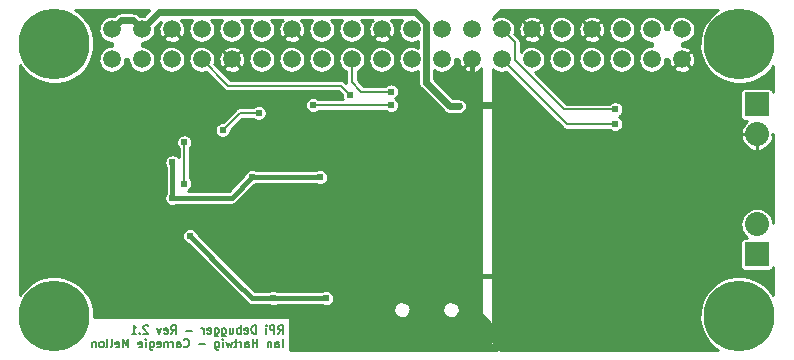
<source format=gbl>
G04 #@! TF.FileFunction,Copper,L2,Bot,Signal*
%FSLAX46Y46*%
G04 Gerber Fmt 4.6, Leading zero omitted, Abs format (unit mm)*
G04 Created by KiCad (PCBNEW 4.0.0-stable) date Wednesday, July 20, 2016 'PMt' 02:43:05 PM*
%MOMM*%
G01*
G04 APERTURE LIST*
%ADD10C,0.100000*%
%ADD11C,0.152400*%
%ADD12C,6.000000*%
%ADD13R,2.032000X2.032000*%
%ADD14O,2.032000X2.032000*%
%ADD15C,1.500000*%
%ADD16C,0.609600*%
%ADD17C,0.200000*%
%ADD18C,0.400000*%
%ADD19C,0.600000*%
%ADD20C,0.254000*%
G04 APERTURE END LIST*
D10*
D11*
X22433333Y1999533D02*
X22666667Y2332867D01*
X22833333Y1999533D02*
X22833333Y2699533D01*
X22566667Y2699533D01*
X22500000Y2666200D01*
X22466667Y2632867D01*
X22433333Y2566200D01*
X22433333Y2466200D01*
X22466667Y2399533D01*
X22500000Y2366200D01*
X22566667Y2332867D01*
X22833333Y2332867D01*
X22133333Y1999533D02*
X22133333Y2699533D01*
X21866667Y2699533D01*
X21800000Y2666200D01*
X21766667Y2632867D01*
X21733333Y2566200D01*
X21733333Y2466200D01*
X21766667Y2399533D01*
X21800000Y2366200D01*
X21866667Y2332867D01*
X22133333Y2332867D01*
X21433333Y1999533D02*
X21433333Y2466200D01*
X21433333Y2699533D02*
X21466667Y2666200D01*
X21433333Y2632867D01*
X21400000Y2666200D01*
X21433333Y2699533D01*
X21433333Y2632867D01*
X20566667Y1999533D02*
X20566667Y2699533D01*
X20400001Y2699533D01*
X20300001Y2666200D01*
X20233334Y2599533D01*
X20200001Y2532867D01*
X20166667Y2399533D01*
X20166667Y2299533D01*
X20200001Y2166200D01*
X20233334Y2099533D01*
X20300001Y2032867D01*
X20400001Y1999533D01*
X20566667Y1999533D01*
X19600001Y2032867D02*
X19666667Y1999533D01*
X19800001Y1999533D01*
X19866667Y2032867D01*
X19900001Y2099533D01*
X19900001Y2366200D01*
X19866667Y2432867D01*
X19800001Y2466200D01*
X19666667Y2466200D01*
X19600001Y2432867D01*
X19566667Y2366200D01*
X19566667Y2299533D01*
X19900001Y2232867D01*
X19266667Y1999533D02*
X19266667Y2699533D01*
X19266667Y2432867D02*
X19200001Y2466200D01*
X19066667Y2466200D01*
X19000001Y2432867D01*
X18966667Y2399533D01*
X18933334Y2332867D01*
X18933334Y2132867D01*
X18966667Y2066200D01*
X19000001Y2032867D01*
X19066667Y1999533D01*
X19200001Y1999533D01*
X19266667Y2032867D01*
X18333334Y2466200D02*
X18333334Y1999533D01*
X18633334Y2466200D02*
X18633334Y2099533D01*
X18600001Y2032867D01*
X18533334Y1999533D01*
X18433334Y1999533D01*
X18366668Y2032867D01*
X18333334Y2066200D01*
X17700001Y2466200D02*
X17700001Y1899533D01*
X17733335Y1832867D01*
X17766668Y1799533D01*
X17833335Y1766200D01*
X17933335Y1766200D01*
X18000001Y1799533D01*
X17700001Y2032867D02*
X17766668Y1999533D01*
X17900001Y1999533D01*
X17966668Y2032867D01*
X18000001Y2066200D01*
X18033335Y2132867D01*
X18033335Y2332867D01*
X18000001Y2399533D01*
X17966668Y2432867D01*
X17900001Y2466200D01*
X17766668Y2466200D01*
X17700001Y2432867D01*
X17066668Y2466200D02*
X17066668Y1899533D01*
X17100002Y1832867D01*
X17133335Y1799533D01*
X17200002Y1766200D01*
X17300002Y1766200D01*
X17366668Y1799533D01*
X17066668Y2032867D02*
X17133335Y1999533D01*
X17266668Y1999533D01*
X17333335Y2032867D01*
X17366668Y2066200D01*
X17400002Y2132867D01*
X17400002Y2332867D01*
X17366668Y2399533D01*
X17333335Y2432867D01*
X17266668Y2466200D01*
X17133335Y2466200D01*
X17066668Y2432867D01*
X16466669Y2032867D02*
X16533335Y1999533D01*
X16666669Y1999533D01*
X16733335Y2032867D01*
X16766669Y2099533D01*
X16766669Y2366200D01*
X16733335Y2432867D01*
X16666669Y2466200D01*
X16533335Y2466200D01*
X16466669Y2432867D01*
X16433335Y2366200D01*
X16433335Y2299533D01*
X16766669Y2232867D01*
X16133335Y1999533D02*
X16133335Y2466200D01*
X16133335Y2332867D02*
X16100002Y2399533D01*
X16066669Y2432867D01*
X16000002Y2466200D01*
X15933335Y2466200D01*
X15166669Y2266200D02*
X14633336Y2266200D01*
X13366669Y1999533D02*
X13600003Y2332867D01*
X13766669Y1999533D02*
X13766669Y2699533D01*
X13500003Y2699533D01*
X13433336Y2666200D01*
X13400003Y2632867D01*
X13366669Y2566200D01*
X13366669Y2466200D01*
X13400003Y2399533D01*
X13433336Y2366200D01*
X13500003Y2332867D01*
X13766669Y2332867D01*
X12800003Y2032867D02*
X12866669Y1999533D01*
X13000003Y1999533D01*
X13066669Y2032867D01*
X13100003Y2099533D01*
X13100003Y2366200D01*
X13066669Y2432867D01*
X13000003Y2466200D01*
X12866669Y2466200D01*
X12800003Y2432867D01*
X12766669Y2366200D01*
X12766669Y2299533D01*
X13100003Y2232867D01*
X12533336Y2466200D02*
X12366669Y1999533D01*
X12200003Y2466200D01*
X11433337Y2632867D02*
X11400003Y2666200D01*
X11333337Y2699533D01*
X11166670Y2699533D01*
X11100003Y2666200D01*
X11066670Y2632867D01*
X11033337Y2566200D01*
X11033337Y2499533D01*
X11066670Y2399533D01*
X11466670Y1999533D01*
X11033337Y1999533D01*
X10733336Y2066200D02*
X10700003Y2032867D01*
X10733336Y1999533D01*
X10766670Y2032867D01*
X10733336Y2066200D01*
X10733336Y1999533D01*
X10033337Y1999533D02*
X10433337Y1999533D01*
X10233337Y1999533D02*
X10233337Y2699533D01*
X10300003Y2599533D01*
X10366670Y2532867D01*
X10433337Y2499533D01*
X22833333Y867133D02*
X22833333Y1567133D01*
X22200000Y867133D02*
X22200000Y1233800D01*
X22233334Y1300467D01*
X22300000Y1333800D01*
X22433334Y1333800D01*
X22500000Y1300467D01*
X22200000Y900467D02*
X22266667Y867133D01*
X22433334Y867133D01*
X22500000Y900467D01*
X22533334Y967133D01*
X22533334Y1033800D01*
X22500000Y1100467D01*
X22433334Y1133800D01*
X22266667Y1133800D01*
X22200000Y1167133D01*
X21866667Y1333800D02*
X21866667Y867133D01*
X21866667Y1267133D02*
X21833334Y1300467D01*
X21766667Y1333800D01*
X21666667Y1333800D01*
X21600001Y1300467D01*
X21566667Y1233800D01*
X21566667Y867133D01*
X20700001Y867133D02*
X20700001Y1567133D01*
X20700001Y1233800D02*
X20300001Y1233800D01*
X20300001Y867133D02*
X20300001Y1567133D01*
X19666668Y867133D02*
X19666668Y1233800D01*
X19700002Y1300467D01*
X19766668Y1333800D01*
X19900002Y1333800D01*
X19966668Y1300467D01*
X19666668Y900467D02*
X19733335Y867133D01*
X19900002Y867133D01*
X19966668Y900467D01*
X20000002Y967133D01*
X20000002Y1033800D01*
X19966668Y1100467D01*
X19900002Y1133800D01*
X19733335Y1133800D01*
X19666668Y1167133D01*
X19333335Y867133D02*
X19333335Y1333800D01*
X19333335Y1200467D02*
X19300002Y1267133D01*
X19266669Y1300467D01*
X19200002Y1333800D01*
X19133335Y1333800D01*
X19000002Y1333800D02*
X18733336Y1333800D01*
X18900002Y1567133D02*
X18900002Y967133D01*
X18866669Y900467D01*
X18800002Y867133D01*
X18733336Y867133D01*
X18566669Y1333800D02*
X18433336Y867133D01*
X18300002Y1200467D01*
X18166669Y867133D01*
X18033336Y1333800D01*
X17766669Y867133D02*
X17766669Y1333800D01*
X17766669Y1567133D02*
X17800003Y1533800D01*
X17766669Y1500467D01*
X17733336Y1533800D01*
X17766669Y1567133D01*
X17766669Y1500467D01*
X17133336Y1333800D02*
X17133336Y767133D01*
X17166670Y700467D01*
X17200003Y667133D01*
X17266670Y633800D01*
X17366670Y633800D01*
X17433336Y667133D01*
X17133336Y900467D02*
X17200003Y867133D01*
X17333336Y867133D01*
X17400003Y900467D01*
X17433336Y933800D01*
X17466670Y1000467D01*
X17466670Y1200467D01*
X17433336Y1267133D01*
X17400003Y1300467D01*
X17333336Y1333800D01*
X17200003Y1333800D01*
X17133336Y1300467D01*
X16266670Y1133800D02*
X15733337Y1133800D01*
X14466670Y933800D02*
X14500004Y900467D01*
X14600004Y867133D01*
X14666670Y867133D01*
X14766670Y900467D01*
X14833337Y967133D01*
X14866670Y1033800D01*
X14900004Y1167133D01*
X14900004Y1267133D01*
X14866670Y1400467D01*
X14833337Y1467133D01*
X14766670Y1533800D01*
X14666670Y1567133D01*
X14600004Y1567133D01*
X14500004Y1533800D01*
X14466670Y1500467D01*
X13866670Y867133D02*
X13866670Y1233800D01*
X13900004Y1300467D01*
X13966670Y1333800D01*
X14100004Y1333800D01*
X14166670Y1300467D01*
X13866670Y900467D02*
X13933337Y867133D01*
X14100004Y867133D01*
X14166670Y900467D01*
X14200004Y967133D01*
X14200004Y1033800D01*
X14166670Y1100467D01*
X14100004Y1133800D01*
X13933337Y1133800D01*
X13866670Y1167133D01*
X13533337Y867133D02*
X13533337Y1333800D01*
X13533337Y1200467D02*
X13500004Y1267133D01*
X13466671Y1300467D01*
X13400004Y1333800D01*
X13333337Y1333800D01*
X13100004Y1333800D02*
X13100004Y867133D01*
X13100004Y1267133D02*
X13066671Y1300467D01*
X13000004Y1333800D01*
X12900004Y1333800D01*
X12833338Y1300467D01*
X12800004Y1233800D01*
X12800004Y867133D01*
X12200005Y900467D02*
X12266671Y867133D01*
X12400005Y867133D01*
X12466671Y900467D01*
X12500005Y967133D01*
X12500005Y1233800D01*
X12466671Y1300467D01*
X12400005Y1333800D01*
X12266671Y1333800D01*
X12200005Y1300467D01*
X12166671Y1233800D01*
X12166671Y1167133D01*
X12500005Y1100467D01*
X11566671Y1333800D02*
X11566671Y767133D01*
X11600005Y700467D01*
X11633338Y667133D01*
X11700005Y633800D01*
X11800005Y633800D01*
X11866671Y667133D01*
X11566671Y900467D02*
X11633338Y867133D01*
X11766671Y867133D01*
X11833338Y900467D01*
X11866671Y933800D01*
X11900005Y1000467D01*
X11900005Y1200467D01*
X11866671Y1267133D01*
X11833338Y1300467D01*
X11766671Y1333800D01*
X11633338Y1333800D01*
X11566671Y1300467D01*
X11233338Y867133D02*
X11233338Y1333800D01*
X11233338Y1567133D02*
X11266672Y1533800D01*
X11233338Y1500467D01*
X11200005Y1533800D01*
X11233338Y1567133D01*
X11233338Y1500467D01*
X10633339Y900467D02*
X10700005Y867133D01*
X10833339Y867133D01*
X10900005Y900467D01*
X10933339Y967133D01*
X10933339Y1233800D01*
X10900005Y1300467D01*
X10833339Y1333800D01*
X10700005Y1333800D01*
X10633339Y1300467D01*
X10600005Y1233800D01*
X10600005Y1167133D01*
X10933339Y1100467D01*
X9766672Y867133D02*
X9766672Y1567133D01*
X9533339Y1067133D01*
X9300006Y1567133D01*
X9300006Y867133D01*
X8700006Y900467D02*
X8766672Y867133D01*
X8900006Y867133D01*
X8966672Y900467D01*
X9000006Y967133D01*
X9000006Y1233800D01*
X8966672Y1300467D01*
X8900006Y1333800D01*
X8766672Y1333800D01*
X8700006Y1300467D01*
X8666672Y1233800D01*
X8666672Y1167133D01*
X9000006Y1100467D01*
X8266672Y867133D02*
X8333339Y900467D01*
X8366672Y967133D01*
X8366672Y1567133D01*
X7900005Y867133D02*
X7966672Y900467D01*
X8000005Y967133D01*
X8000005Y1567133D01*
X7533338Y867133D02*
X7600005Y900467D01*
X7633338Y933800D01*
X7666672Y1000467D01*
X7666672Y1200467D01*
X7633338Y1267133D01*
X7600005Y1300467D01*
X7533338Y1333800D01*
X7433338Y1333800D01*
X7366672Y1300467D01*
X7333338Y1267133D01*
X7300005Y1200467D01*
X7300005Y1000467D01*
X7333338Y933800D01*
X7366672Y900467D01*
X7433338Y867133D01*
X7533338Y867133D01*
X7000005Y1333800D02*
X7000005Y867133D01*
X7000005Y1267133D02*
X6966672Y1300467D01*
X6900005Y1333800D01*
X6800005Y1333800D01*
X6733339Y1300467D01*
X6700005Y1233800D01*
X6700005Y867133D01*
D12*
X3500000Y3500000D03*
D13*
X62980000Y21420000D03*
D14*
X62980000Y18880000D03*
D12*
X3500000Y26500000D03*
X61500000Y26500000D03*
X61500000Y3500000D03*
D13*
X62980000Y8720000D03*
D14*
X62980000Y11260000D03*
D15*
X8370000Y25230000D03*
X8370000Y27770000D03*
X10910000Y25230000D03*
X13450000Y25230000D03*
X15990000Y25230000D03*
X18530000Y25230000D03*
X21070000Y25230000D03*
X23610000Y25230000D03*
X26150000Y25230000D03*
X28690000Y25230000D03*
X31230000Y25230000D03*
X33770000Y25230000D03*
X36310000Y25230000D03*
X38850000Y25230000D03*
X10910000Y27770000D03*
X13450000Y27770000D03*
X15990000Y27770000D03*
X18530000Y27770000D03*
X21070000Y27770000D03*
X23610000Y27770000D03*
X26150000Y27770000D03*
X28690000Y27770000D03*
X31230000Y27770000D03*
X33770000Y27770000D03*
X36310000Y27770000D03*
X38850000Y27770000D03*
X41390000Y25230000D03*
X43930000Y25230000D03*
X46470000Y25230000D03*
X49010000Y25230000D03*
X51550000Y25230000D03*
X54090000Y25230000D03*
X56630000Y25230000D03*
X56630000Y27770000D03*
X54090000Y27770000D03*
X51550000Y27770000D03*
X49010000Y27770000D03*
X46470000Y27770000D03*
X43930000Y27770000D03*
X41390000Y27770000D03*
D16*
X14500000Y18200000D03*
X14500000Y14700000D03*
X30900000Y5300000D03*
X39100000Y5300000D03*
X32300000Y900000D03*
X32300000Y1600000D03*
X32300000Y2300000D03*
X37700000Y900000D03*
X37700000Y1600000D03*
X37700000Y2300000D03*
X40300000Y900000D03*
X40300000Y1600000D03*
X40300000Y2300000D03*
X39800000Y2900000D03*
X39100000Y2900000D03*
X38400000Y2900000D03*
X29700000Y900000D03*
X29700000Y1600000D03*
X29700000Y2300000D03*
X30900000Y2900000D03*
X31600000Y2900000D03*
X30200000Y2900000D03*
X56000000Y12200000D03*
X52720000Y10399000D03*
X11500000Y8600000D03*
X57000000Y6950000D03*
X55250000Y6950000D03*
X42750000Y6850000D03*
X51000000Y6900000D03*
X48250000Y6900000D03*
X21650000Y22000000D03*
X24200000Y18200000D03*
X17250000Y9250000D03*
X26000000Y10000000D03*
X24750000Y10000000D03*
X23500000Y10000000D03*
X21000000Y7500000D03*
X22250000Y7500000D03*
X23500000Y7500000D03*
X24750000Y7500000D03*
X26000000Y7500000D03*
X33500000Y7000000D03*
X37250000Y17000000D03*
X37250000Y12000000D03*
X36000000Y5750000D03*
X36000000Y7000000D03*
X36000000Y8250000D03*
X35000000Y9250000D03*
X34000000Y10250000D03*
X30500000Y12000000D03*
X26500000Y12000000D03*
X26500000Y13500000D03*
X19750000Y17250000D03*
X20250000Y12250000D03*
X9250000Y4000000D03*
X19500000Y4250000D03*
X49500000Y21750000D03*
X44250000Y20750000D03*
X6800000Y19600000D03*
X1200000Y11100000D03*
X8000000Y14700000D03*
X14000000Y22200000D03*
X12000000Y20700000D03*
X12500000Y12500000D03*
X21750000Y13500000D03*
X25500000Y1250000D03*
X15500000Y4500000D03*
X12500000Y4000000D03*
X9500000Y17500000D03*
X29600000Y16250000D03*
X20250000Y15250000D03*
X22000000Y5000000D03*
X26500000Y5000000D03*
X26000000Y15250000D03*
X15000000Y10250000D03*
X13500000Y13500000D03*
X13500000Y16500000D03*
X37750000Y21250000D03*
X37000000Y21250000D03*
X28500000Y22250000D03*
X32000000Y22500000D03*
X51000000Y19750000D03*
X51000000Y21000000D03*
X25400000Y21350000D03*
X32000000Y21350000D03*
X20800000Y20700000D03*
X17750000Y19250000D03*
D17*
X14500000Y14700000D02*
X14500000Y18200000D01*
D18*
X32499100Y5999100D02*
X31599100Y5999100D01*
X31599100Y5999100D02*
X30900000Y5300000D01*
X32499100Y5999100D02*
X33500000Y7000000D01*
X42750000Y6850000D02*
X36150000Y6850000D01*
X36150000Y6850000D02*
X36000000Y7000000D01*
X35000000Y9250000D02*
X34000000Y10250000D01*
X36000000Y8250000D02*
X35000000Y9250000D01*
X36000000Y7000000D02*
X36000000Y8250000D01*
X36000000Y7000000D02*
X36000000Y5750000D01*
X33500000Y7000000D02*
X36000000Y7000000D01*
X24750000Y10000000D02*
X23500000Y10000000D01*
X26000000Y10000000D02*
X24750000Y10000000D01*
X22250000Y7500000D02*
X21000000Y7500000D01*
X23500000Y7500000D02*
X22250000Y7500000D01*
X24750000Y7500000D02*
X23500000Y7500000D01*
X26000000Y7500000D02*
X24750000Y7500000D01*
X26000000Y10000000D02*
X26000000Y7500000D01*
X26500000Y12000000D02*
X26500000Y10500000D01*
X26500000Y10500000D02*
X26000000Y10000000D01*
X38850000Y25230000D02*
X38850000Y21350000D01*
X38850000Y21350000D02*
X37000000Y19500000D01*
D19*
X38850000Y21350000D02*
X41150000Y21350000D01*
D18*
X13500000Y13500000D02*
X18500000Y13500000D01*
X26500000Y5000000D02*
X22000000Y5000000D01*
X22000000Y5000000D02*
X21750000Y5000000D01*
X21750000Y5000000D02*
X20250000Y5000000D01*
X20250000Y5000000D02*
X18750000Y6500000D01*
X18500000Y13500000D02*
X20250000Y15250000D01*
X20250000Y15250000D02*
X26000000Y15250000D01*
X15000000Y10250000D02*
X18750000Y6500000D01*
X13500000Y13500000D02*
X13500000Y16500000D01*
D19*
X12390000Y29250000D02*
X10910000Y27770000D01*
X34069554Y29250000D02*
X12390000Y29250000D01*
X35000000Y28319554D02*
X34069554Y29250000D01*
X37000000Y21250000D02*
X35000000Y23250000D01*
X35000000Y23250000D02*
X35000000Y28319554D01*
X37000000Y21250000D02*
X37750000Y21250000D01*
X8370000Y27770000D02*
X9119999Y28519999D01*
X9119999Y28519999D02*
X10160001Y28519999D01*
X10160001Y28519999D02*
X10910000Y27770000D01*
D17*
X28500000Y22250000D02*
X27750000Y23000000D01*
X27750000Y23000000D02*
X18220000Y23000000D01*
X18220000Y23000000D02*
X15990000Y25230000D01*
X29500000Y22500000D02*
X32000000Y22500000D01*
X28690000Y23310000D02*
X29500000Y22500000D01*
X28690000Y25230000D02*
X28690000Y23310000D01*
X51000000Y19750000D02*
X46870000Y19750000D01*
X46870000Y19750000D02*
X46120000Y20500000D01*
X46120000Y20500000D02*
X41390000Y25230000D01*
X51000000Y21000000D02*
X46676446Y21000000D01*
X46676446Y21000000D02*
X42500000Y25176446D01*
X42500000Y25176446D02*
X42500000Y26660000D01*
X42500000Y26660000D02*
X41390000Y27770000D01*
X32000000Y21350000D02*
X25400000Y21350000D01*
X19200000Y20700000D02*
X20800000Y20700000D01*
X17750000Y19250000D02*
X19200000Y20700000D01*
D20*
G36*
X11068928Y28892008D02*
X11028794Y28900246D01*
X10806999Y28901795D01*
X10751813Y28891267D01*
X10641541Y29001539D01*
X10592947Y29041454D01*
X10544744Y29081901D01*
X10541603Y29083628D01*
X10538838Y29085899D01*
X10483413Y29115618D01*
X10428275Y29145930D01*
X10424862Y29147013D01*
X10421706Y29148705D01*
X10361565Y29167092D01*
X10301589Y29186118D01*
X10298028Y29186517D01*
X10294605Y29187564D01*
X10232043Y29193919D01*
X10169509Y29200933D01*
X10162510Y29200982D01*
X10162378Y29200995D01*
X10162255Y29200983D01*
X10160001Y29200999D01*
X9119999Y29200999D01*
X9057427Y29194864D01*
X8994729Y29189378D01*
X8991288Y29188378D01*
X8987725Y29188029D01*
X8927518Y29169852D01*
X8867097Y29152298D01*
X8863917Y29150650D01*
X8860490Y29149615D01*
X8804971Y29120095D01*
X8749100Y29091134D01*
X8746300Y29088899D01*
X8743139Y29087218D01*
X8694398Y29047466D01*
X8645229Y29008215D01*
X8640245Y29003300D01*
X8640143Y29003217D01*
X8640065Y29003123D01*
X8638459Y29001539D01*
X8528928Y28892008D01*
X8488794Y28900246D01*
X8266999Y28901795D01*
X8049127Y28860233D01*
X7843477Y28777146D01*
X7657882Y28655696D01*
X7499412Y28500510D01*
X7374102Y28317500D01*
X7286725Y28113635D01*
X7240611Y27896681D01*
X7237514Y27674902D01*
X7277553Y27456746D01*
X7359203Y27250521D01*
X7479354Y27064083D01*
X7633430Y26904533D01*
X7815561Y26777949D01*
X8018811Y26689151D01*
X8235437Y26641523D01*
X8370758Y26638688D01*
X8367329Y26393131D01*
X8373216Y26361053D01*
X8266999Y26361795D01*
X8049127Y26320233D01*
X7843477Y26237146D01*
X7657882Y26115696D01*
X7499412Y25960510D01*
X7374102Y25777500D01*
X7286725Y25573635D01*
X7240611Y25356681D01*
X7237514Y25134902D01*
X7277553Y24916746D01*
X7359203Y24710521D01*
X7479354Y24524083D01*
X7633430Y24364533D01*
X7815561Y24237949D01*
X8018811Y24149151D01*
X8235437Y24101523D01*
X8457189Y24096877D01*
X8675620Y24135393D01*
X8882410Y24215601D01*
X9069682Y24334448D01*
X9230304Y24487406D01*
X9358157Y24668649D01*
X9448371Y24871274D01*
X9497511Y25087562D01*
X9499522Y25231609D01*
X9737982Y25226614D01*
X9778895Y25233828D01*
X9777514Y25134902D01*
X9817553Y24916746D01*
X9899203Y24710521D01*
X10019354Y24524083D01*
X10173430Y24364533D01*
X10355561Y24237949D01*
X10558811Y24149151D01*
X10775437Y24101523D01*
X10997189Y24096877D01*
X11215620Y24135393D01*
X11422410Y24215601D01*
X11609682Y24334448D01*
X11770304Y24487406D01*
X11898157Y24668649D01*
X11988371Y24871274D01*
X12037511Y25087562D01*
X12038171Y25134902D01*
X12317514Y25134902D01*
X12357553Y24916746D01*
X12439203Y24710521D01*
X12559354Y24524083D01*
X12713430Y24364533D01*
X12895561Y24237949D01*
X13098811Y24149151D01*
X13315437Y24101523D01*
X13537189Y24096877D01*
X13755620Y24135393D01*
X13962410Y24215601D01*
X14149682Y24334448D01*
X14310304Y24487406D01*
X14438157Y24668649D01*
X14528371Y24871274D01*
X14577511Y25087562D01*
X14578171Y25134902D01*
X14857514Y25134902D01*
X14897553Y24916746D01*
X14979203Y24710521D01*
X15099354Y24524083D01*
X15253430Y24364533D01*
X15435561Y24237949D01*
X15638811Y24149151D01*
X15855437Y24101523D01*
X16077189Y24096877D01*
X16295620Y24135393D01*
X16373978Y24165786D01*
X17879881Y22659882D01*
X17914202Y22631691D01*
X17948251Y22603120D01*
X17950471Y22601900D01*
X17952422Y22600297D01*
X17991543Y22579320D01*
X18030514Y22557896D01*
X18032925Y22557131D01*
X18035154Y22555936D01*
X18077628Y22542951D01*
X18119994Y22529511D01*
X18122509Y22529229D01*
X18124926Y22528490D01*
X18169116Y22524001D01*
X18213284Y22519047D01*
X18218227Y22519012D01*
X18218320Y22519003D01*
X18218406Y22519011D01*
X18220000Y22519000D01*
X27550764Y22519000D01*
X27814182Y22255582D01*
X27813299Y22192336D01*
X27837577Y22060053D01*
X27887087Y21935006D01*
X27954115Y21831000D01*
X25888887Y21831000D01*
X25839260Y21880975D01*
X25727761Y21956182D01*
X25603778Y22008300D01*
X25472032Y22035343D01*
X25337543Y22036282D01*
X25205433Y22011081D01*
X25080734Y21960699D01*
X24968196Y21887056D01*
X24872105Y21792957D01*
X24796121Y21681985D01*
X24743139Y21558369D01*
X24715177Y21426815D01*
X24713299Y21292336D01*
X24737577Y21160053D01*
X24787087Y21035006D01*
X24859943Y20921956D01*
X24953369Y20825210D01*
X25063807Y20748454D01*
X25187051Y20694610D01*
X25318406Y20665730D01*
X25452868Y20662913D01*
X25585317Y20686267D01*
X25710708Y20734903D01*
X25824263Y20806968D01*
X25889404Y20869000D01*
X31511082Y20869000D01*
X31553369Y20825210D01*
X31663807Y20748454D01*
X31787051Y20694610D01*
X31918406Y20665730D01*
X32052868Y20662913D01*
X32185317Y20686267D01*
X32310708Y20734903D01*
X32424263Y20806968D01*
X32521659Y20899716D01*
X32599185Y21009616D01*
X32653888Y21132481D01*
X32683684Y21263631D01*
X32685829Y21417246D01*
X32659706Y21549177D01*
X32608455Y21673521D01*
X32534028Y21785543D01*
X32439260Y21880975D01*
X32373942Y21925033D01*
X32424263Y21956968D01*
X32521659Y22049716D01*
X32599185Y22159616D01*
X32653888Y22282481D01*
X32683684Y22413631D01*
X32685829Y22567246D01*
X32659706Y22699177D01*
X32608455Y22823521D01*
X32534028Y22935543D01*
X32439260Y23030975D01*
X32327761Y23106182D01*
X32203778Y23158300D01*
X32072032Y23185343D01*
X31937543Y23186282D01*
X31805433Y23161081D01*
X31680734Y23110699D01*
X31568196Y23037056D01*
X31510953Y22981000D01*
X29699236Y22981000D01*
X29171000Y23509236D01*
X29171000Y24203418D01*
X29202410Y24215601D01*
X29389682Y24334448D01*
X29550304Y24487406D01*
X29678157Y24668649D01*
X29768371Y24871274D01*
X29817511Y25087562D01*
X29818171Y25134902D01*
X30097514Y25134902D01*
X30137553Y24916746D01*
X30219203Y24710521D01*
X30339354Y24524083D01*
X30493430Y24364533D01*
X30675561Y24237949D01*
X30878811Y24149151D01*
X31095437Y24101523D01*
X31317189Y24096877D01*
X31535620Y24135393D01*
X31742410Y24215601D01*
X31929682Y24334448D01*
X32090304Y24487406D01*
X32218157Y24668649D01*
X32308371Y24871274D01*
X32357511Y25087562D01*
X32361048Y25340900D01*
X32317967Y25558477D01*
X32233445Y25763541D01*
X32110703Y25948284D01*
X31954415Y26105667D01*
X31770534Y26229696D01*
X31566064Y26315647D01*
X31348794Y26360246D01*
X31126999Y26361795D01*
X30909127Y26320233D01*
X30703477Y26237146D01*
X30517882Y26115696D01*
X30359412Y25960510D01*
X30234102Y25777500D01*
X30146725Y25573635D01*
X30100611Y25356681D01*
X30097514Y25134902D01*
X29818171Y25134902D01*
X29821048Y25340900D01*
X29777967Y25558477D01*
X29693445Y25763541D01*
X29570703Y25948284D01*
X29414415Y26105667D01*
X29230534Y26229696D01*
X29026064Y26315647D01*
X28808794Y26360246D01*
X28586999Y26361795D01*
X28369127Y26320233D01*
X28163477Y26237146D01*
X27977882Y26115696D01*
X27819412Y25960510D01*
X27694102Y25777500D01*
X27606725Y25573635D01*
X27560611Y25356681D01*
X27557514Y25134902D01*
X27597553Y24916746D01*
X27679203Y24710521D01*
X27799354Y24524083D01*
X27953430Y24364533D01*
X28135561Y24237949D01*
X28209000Y24205864D01*
X28209000Y23310000D01*
X28213336Y23265777D01*
X28217208Y23221519D01*
X28217914Y23219087D01*
X28218161Y23216573D01*
X28220106Y23210130D01*
X28090118Y23340118D01*
X28055822Y23368289D01*
X28021749Y23396880D01*
X28019529Y23398100D01*
X28017578Y23399703D01*
X27978457Y23420680D01*
X27939486Y23442104D01*
X27937075Y23442869D01*
X27934846Y23444064D01*
X27892385Y23457045D01*
X27850006Y23470489D01*
X27847489Y23470771D01*
X27845073Y23471510D01*
X27800893Y23475998D01*
X27756716Y23480953D01*
X27751772Y23480988D01*
X27751679Y23480997D01*
X27751593Y23480989D01*
X27750000Y23481000D01*
X18419237Y23481000D01*
X17406846Y24493391D01*
X17794098Y24493391D01*
X17862403Y24310281D01*
X18054659Y24197712D01*
X18265182Y24124813D01*
X18485882Y24094385D01*
X18708278Y24107599D01*
X18923822Y24163946D01*
X19124231Y24261261D01*
X19197597Y24310281D01*
X19265902Y24493391D01*
X18530000Y25229293D01*
X17794098Y24493391D01*
X17406846Y24493391D01*
X17056230Y24844006D01*
X17068371Y24871274D01*
X17117511Y25087562D01*
X17120115Y25274118D01*
X17394385Y25274118D01*
X17407599Y25051722D01*
X17463946Y24836178D01*
X17561261Y24635769D01*
X17610281Y24562403D01*
X17793391Y24494098D01*
X18529293Y25230000D01*
X18530707Y25230000D01*
X19266609Y24494098D01*
X19449719Y24562403D01*
X19562288Y24754659D01*
X19635187Y24965182D01*
X19658586Y25134902D01*
X19937514Y25134902D01*
X19977553Y24916746D01*
X20059203Y24710521D01*
X20179354Y24524083D01*
X20333430Y24364533D01*
X20515561Y24237949D01*
X20718811Y24149151D01*
X20935437Y24101523D01*
X21157189Y24096877D01*
X21375620Y24135393D01*
X21582410Y24215601D01*
X21769682Y24334448D01*
X21930304Y24487406D01*
X22058157Y24668649D01*
X22148371Y24871274D01*
X22197511Y25087562D01*
X22198171Y25134902D01*
X22477514Y25134902D01*
X22517553Y24916746D01*
X22599203Y24710521D01*
X22719354Y24524083D01*
X22873430Y24364533D01*
X23055561Y24237949D01*
X23258811Y24149151D01*
X23475437Y24101523D01*
X23697189Y24096877D01*
X23915620Y24135393D01*
X24122410Y24215601D01*
X24309682Y24334448D01*
X24470304Y24487406D01*
X24598157Y24668649D01*
X24688371Y24871274D01*
X24737511Y25087562D01*
X24738171Y25134902D01*
X25017514Y25134902D01*
X25057553Y24916746D01*
X25139203Y24710521D01*
X25259354Y24524083D01*
X25413430Y24364533D01*
X25595561Y24237949D01*
X25798811Y24149151D01*
X26015437Y24101523D01*
X26237189Y24096877D01*
X26455620Y24135393D01*
X26662410Y24215601D01*
X26849682Y24334448D01*
X27010304Y24487406D01*
X27138157Y24668649D01*
X27228371Y24871274D01*
X27277511Y25087562D01*
X27281048Y25340900D01*
X27237967Y25558477D01*
X27153445Y25763541D01*
X27030703Y25948284D01*
X26874415Y26105667D01*
X26690534Y26229696D01*
X26486064Y26315647D01*
X26268794Y26360246D01*
X26046999Y26361795D01*
X25829127Y26320233D01*
X25623477Y26237146D01*
X25437882Y26115696D01*
X25279412Y25960510D01*
X25154102Y25777500D01*
X25066725Y25573635D01*
X25020611Y25356681D01*
X25017514Y25134902D01*
X24738171Y25134902D01*
X24741048Y25340900D01*
X24697967Y25558477D01*
X24613445Y25763541D01*
X24490703Y25948284D01*
X24334415Y26105667D01*
X24150534Y26229696D01*
X23946064Y26315647D01*
X23728794Y26360246D01*
X23506999Y26361795D01*
X23289127Y26320233D01*
X23083477Y26237146D01*
X22897882Y26115696D01*
X22739412Y25960510D01*
X22614102Y25777500D01*
X22526725Y25573635D01*
X22480611Y25356681D01*
X22477514Y25134902D01*
X22198171Y25134902D01*
X22201048Y25340900D01*
X22157967Y25558477D01*
X22073445Y25763541D01*
X21950703Y25948284D01*
X21794415Y26105667D01*
X21610534Y26229696D01*
X21406064Y26315647D01*
X21188794Y26360246D01*
X20966999Y26361795D01*
X20749127Y26320233D01*
X20543477Y26237146D01*
X20357882Y26115696D01*
X20199412Y25960510D01*
X20074102Y25777500D01*
X19986725Y25573635D01*
X19940611Y25356681D01*
X19937514Y25134902D01*
X19658586Y25134902D01*
X19665615Y25185882D01*
X19652401Y25408278D01*
X19596054Y25623822D01*
X19498739Y25824231D01*
X19449719Y25897597D01*
X19266609Y25965902D01*
X18530707Y25230000D01*
X18529293Y25230000D01*
X17793391Y25965902D01*
X17610281Y25897597D01*
X17497712Y25705341D01*
X17424813Y25494818D01*
X17394385Y25274118D01*
X17120115Y25274118D01*
X17121048Y25340900D01*
X17077967Y25558477D01*
X16993445Y25763541D01*
X16870703Y25948284D01*
X16852506Y25966609D01*
X17794098Y25966609D01*
X18530000Y25230707D01*
X19265902Y25966609D01*
X19197597Y26149719D01*
X19005341Y26262288D01*
X18794818Y26335187D01*
X18574118Y26365615D01*
X18351722Y26352401D01*
X18136178Y26296054D01*
X17935769Y26198739D01*
X17862403Y26149719D01*
X17794098Y25966609D01*
X16852506Y25966609D01*
X16714415Y26105667D01*
X16530534Y26229696D01*
X16326064Y26315647D01*
X16108794Y26360246D01*
X15886999Y26361795D01*
X15669127Y26320233D01*
X15463477Y26237146D01*
X15277882Y26115696D01*
X15119412Y25960510D01*
X14994102Y25777500D01*
X14906725Y25573635D01*
X14860611Y25356681D01*
X14857514Y25134902D01*
X14578171Y25134902D01*
X14581048Y25340900D01*
X14537967Y25558477D01*
X14453445Y25763541D01*
X14330703Y25948284D01*
X14174415Y26105667D01*
X13990534Y26229696D01*
X13786064Y26315647D01*
X13568794Y26360246D01*
X13346999Y26361795D01*
X13129127Y26320233D01*
X12923477Y26237146D01*
X12737882Y26115696D01*
X12579412Y25960510D01*
X12454102Y25777500D01*
X12366725Y25573635D01*
X12320611Y25356681D01*
X12317514Y25134902D01*
X12038171Y25134902D01*
X12041048Y25340900D01*
X11997967Y25558477D01*
X11913445Y25763541D01*
X11790703Y25948284D01*
X11634415Y26105667D01*
X11450534Y26229696D01*
X11246064Y26315647D01*
X11028794Y26360246D01*
X10907375Y26361094D01*
X10911055Y26624628D01*
X10908261Y26638740D01*
X10997189Y26636877D01*
X11215620Y26675393D01*
X11422410Y26755601D01*
X11609682Y26874448D01*
X11770304Y27027406D01*
X11774525Y27033391D01*
X12714098Y27033391D01*
X12782403Y26850281D01*
X12974659Y26737712D01*
X13185182Y26664813D01*
X13405882Y26634385D01*
X13628278Y26647599D01*
X13843822Y26703946D01*
X14044231Y26801261D01*
X14117597Y26850281D01*
X14185902Y27033391D01*
X13450000Y27769293D01*
X12714098Y27033391D01*
X11774525Y27033391D01*
X11898157Y27208649D01*
X11988371Y27411274D01*
X12037511Y27627562D01*
X12041048Y27880900D01*
X12031616Y27928536D01*
X12515595Y28412515D01*
X12417712Y28245341D01*
X12344813Y28034818D01*
X12314385Y27814118D01*
X12327599Y27591722D01*
X12383946Y27376178D01*
X12481261Y27175769D01*
X12530281Y27102403D01*
X12713391Y27034098D01*
X13449293Y27770000D01*
X13435151Y27784142D01*
X13435858Y27784849D01*
X13450000Y27770707D01*
X13464143Y27784849D01*
X13464850Y27784142D01*
X13450707Y27770000D01*
X14186609Y27034098D01*
X14369719Y27102403D01*
X14482288Y27294659D01*
X14555187Y27505182D01*
X14585615Y27725882D01*
X14572401Y27948278D01*
X14516054Y28163822D01*
X14418739Y28364231D01*
X14369719Y28437597D01*
X14186611Y28505901D01*
X14249710Y28569000D01*
X15189351Y28569000D01*
X15119412Y28500510D01*
X14994102Y28317500D01*
X14906725Y28113635D01*
X14860611Y27896681D01*
X14857514Y27674902D01*
X14897553Y27456746D01*
X14979203Y27250521D01*
X15099354Y27064083D01*
X15253430Y26904533D01*
X15435561Y26777949D01*
X15638811Y26689151D01*
X15855437Y26641523D01*
X16077189Y26636877D01*
X16295620Y26675393D01*
X16502410Y26755601D01*
X16689682Y26874448D01*
X16850304Y27027406D01*
X16978157Y27208649D01*
X17068371Y27411274D01*
X17117511Y27627562D01*
X17121048Y27880900D01*
X17077967Y28098477D01*
X16993445Y28303541D01*
X16870703Y28488284D01*
X16790549Y28569000D01*
X17729351Y28569000D01*
X17659412Y28500510D01*
X17534102Y28317500D01*
X17446725Y28113635D01*
X17400611Y27896681D01*
X17397514Y27674902D01*
X17437553Y27456746D01*
X17519203Y27250521D01*
X17639354Y27064083D01*
X17793430Y26904533D01*
X17975561Y26777949D01*
X18178811Y26689151D01*
X18395437Y26641523D01*
X18617189Y26636877D01*
X18835620Y26675393D01*
X19042410Y26755601D01*
X19229682Y26874448D01*
X19390304Y27027406D01*
X19518157Y27208649D01*
X19608371Y27411274D01*
X19657511Y27627562D01*
X19661048Y27880900D01*
X19617967Y28098477D01*
X19533445Y28303541D01*
X19410703Y28488284D01*
X19330549Y28569000D01*
X20269351Y28569000D01*
X20199412Y28500510D01*
X20074102Y28317500D01*
X19986725Y28113635D01*
X19940611Y27896681D01*
X19937514Y27674902D01*
X19977553Y27456746D01*
X20059203Y27250521D01*
X20179354Y27064083D01*
X20333430Y26904533D01*
X20515561Y26777949D01*
X20718811Y26689151D01*
X20935437Y26641523D01*
X21157189Y26636877D01*
X21375620Y26675393D01*
X21582410Y26755601D01*
X21769682Y26874448D01*
X21930304Y27027406D01*
X21934525Y27033391D01*
X22874098Y27033391D01*
X22942403Y26850281D01*
X23134659Y26737712D01*
X23345182Y26664813D01*
X23565882Y26634385D01*
X23788278Y26647599D01*
X24003822Y26703946D01*
X24204231Y26801261D01*
X24277597Y26850281D01*
X24345902Y27033391D01*
X23610000Y27769293D01*
X22874098Y27033391D01*
X21934525Y27033391D01*
X22058157Y27208649D01*
X22148371Y27411274D01*
X22197511Y27627562D01*
X22201048Y27880900D01*
X22157967Y28098477D01*
X22073445Y28303541D01*
X21950703Y28488284D01*
X21870549Y28569000D01*
X22810290Y28569000D01*
X22873389Y28505901D01*
X22690281Y28437597D01*
X22577712Y28245341D01*
X22504813Y28034818D01*
X22474385Y27814118D01*
X22487599Y27591722D01*
X22543946Y27376178D01*
X22641261Y27175769D01*
X22690281Y27102403D01*
X22873391Y27034098D01*
X23609293Y27770000D01*
X23595151Y27784142D01*
X23595858Y27784849D01*
X23610000Y27770707D01*
X23624143Y27784849D01*
X23624850Y27784142D01*
X23610707Y27770000D01*
X24346609Y27034098D01*
X24529719Y27102403D01*
X24642288Y27294659D01*
X24715187Y27505182D01*
X24745615Y27725882D01*
X24732401Y27948278D01*
X24676054Y28163822D01*
X24578739Y28364231D01*
X24529719Y28437597D01*
X24346611Y28505901D01*
X24409710Y28569000D01*
X25349351Y28569000D01*
X25279412Y28500510D01*
X25154102Y28317500D01*
X25066725Y28113635D01*
X25020611Y27896681D01*
X25017514Y27674902D01*
X25057553Y27456746D01*
X25139203Y27250521D01*
X25259354Y27064083D01*
X25413430Y26904533D01*
X25595561Y26777949D01*
X25798811Y26689151D01*
X26015437Y26641523D01*
X26237189Y26636877D01*
X26455620Y26675393D01*
X26662410Y26755601D01*
X26849682Y26874448D01*
X27010304Y27027406D01*
X27138157Y27208649D01*
X27228371Y27411274D01*
X27277511Y27627562D01*
X27281048Y27880900D01*
X27237967Y28098477D01*
X27153445Y28303541D01*
X27030703Y28488284D01*
X26950549Y28569000D01*
X27889351Y28569000D01*
X27819412Y28500510D01*
X27694102Y28317500D01*
X27606725Y28113635D01*
X27560611Y27896681D01*
X27557514Y27674902D01*
X27597553Y27456746D01*
X27679203Y27250521D01*
X27799354Y27064083D01*
X27953430Y26904533D01*
X28135561Y26777949D01*
X28338811Y26689151D01*
X28555437Y26641523D01*
X28777189Y26636877D01*
X28995620Y26675393D01*
X29202410Y26755601D01*
X29389682Y26874448D01*
X29550304Y27027406D01*
X29554525Y27033391D01*
X30494098Y27033391D01*
X30562403Y26850281D01*
X30754659Y26737712D01*
X30965182Y26664813D01*
X31185882Y26634385D01*
X31408278Y26647599D01*
X31623822Y26703946D01*
X31824231Y26801261D01*
X31897597Y26850281D01*
X31965902Y27033391D01*
X31230000Y27769293D01*
X30494098Y27033391D01*
X29554525Y27033391D01*
X29678157Y27208649D01*
X29768371Y27411274D01*
X29817511Y27627562D01*
X29821048Y27880900D01*
X29777967Y28098477D01*
X29693445Y28303541D01*
X29570703Y28488284D01*
X29490549Y28569000D01*
X30430290Y28569000D01*
X30493389Y28505901D01*
X30310281Y28437597D01*
X30197712Y28245341D01*
X30124813Y28034818D01*
X30094385Y27814118D01*
X30107599Y27591722D01*
X30163946Y27376178D01*
X30261261Y27175769D01*
X30310281Y27102403D01*
X30493391Y27034098D01*
X31229293Y27770000D01*
X31215151Y27784142D01*
X31215858Y27784849D01*
X31230000Y27770707D01*
X31244143Y27784849D01*
X31244850Y27784142D01*
X31230707Y27770000D01*
X31966609Y27034098D01*
X32149719Y27102403D01*
X32262288Y27294659D01*
X32335187Y27505182D01*
X32365615Y27725882D01*
X32352401Y27948278D01*
X32296054Y28163822D01*
X32198739Y28364231D01*
X32149719Y28437597D01*
X31966611Y28505901D01*
X32029710Y28569000D01*
X32969351Y28569000D01*
X32899412Y28500510D01*
X32774102Y28317500D01*
X32686725Y28113635D01*
X32640611Y27896681D01*
X32637514Y27674902D01*
X32677553Y27456746D01*
X32759203Y27250521D01*
X32879354Y27064083D01*
X33033430Y26904533D01*
X33215561Y26777949D01*
X33418811Y26689151D01*
X33635437Y26641523D01*
X33857189Y26636877D01*
X34075620Y26675393D01*
X34282410Y26755601D01*
X34319000Y26778822D01*
X34319000Y26223986D01*
X34310534Y26229696D01*
X34106064Y26315647D01*
X33888794Y26360246D01*
X33666999Y26361795D01*
X33449127Y26320233D01*
X33243477Y26237146D01*
X33057882Y26115696D01*
X32899412Y25960510D01*
X32774102Y25777500D01*
X32686725Y25573635D01*
X32640611Y25356681D01*
X32637514Y25134902D01*
X32677553Y24916746D01*
X32759203Y24710521D01*
X32879354Y24524083D01*
X33033430Y24364533D01*
X33215561Y24237949D01*
X33418811Y24149151D01*
X33635437Y24101523D01*
X33857189Y24096877D01*
X34075620Y24135393D01*
X34282410Y24215601D01*
X34319000Y24238822D01*
X34319000Y23250000D01*
X34325135Y23187428D01*
X34330621Y23124730D01*
X34331621Y23121289D01*
X34331970Y23117726D01*
X34350161Y23057473D01*
X34367702Y22997098D01*
X34369348Y22993923D01*
X34370384Y22990491D01*
X34399923Y22934937D01*
X34428865Y22879101D01*
X34431100Y22876301D01*
X34432781Y22873140D01*
X34472533Y22824399D01*
X34511784Y22775230D01*
X34516699Y22770246D01*
X34516782Y22770144D01*
X34516876Y22770066D01*
X34518460Y22768460D01*
X36450842Y20836078D01*
X36459943Y20821956D01*
X36553369Y20725210D01*
X36663807Y20648454D01*
X36787051Y20594610D01*
X36918406Y20565730D01*
X37052868Y20562913D01*
X37087390Y20569000D01*
X37653533Y20569000D01*
X37668406Y20565730D01*
X37802868Y20562913D01*
X37935317Y20586267D01*
X38060708Y20634903D01*
X38174263Y20706968D01*
X38271659Y20799716D01*
X38349185Y20909616D01*
X38403888Y21032481D01*
X38433684Y21163631D01*
X38435829Y21317246D01*
X38409706Y21449177D01*
X38358455Y21573521D01*
X38284028Y21685543D01*
X38189260Y21780975D01*
X38077761Y21856182D01*
X37953778Y21908300D01*
X37822032Y21935343D01*
X37687543Y21936282D01*
X37659853Y21931000D01*
X37282080Y21931000D01*
X35681000Y23532080D01*
X35681000Y24289770D01*
X35755561Y24237949D01*
X35958811Y24149151D01*
X36175437Y24101523D01*
X36397189Y24096877D01*
X36615620Y24135393D01*
X36822410Y24215601D01*
X37009682Y24334448D01*
X37170304Y24487406D01*
X37298157Y24668649D01*
X37388371Y24871274D01*
X37437511Y25087562D01*
X37439522Y25231609D01*
X37677982Y25226614D01*
X37716801Y25233459D01*
X37727599Y25051722D01*
X37783946Y24836178D01*
X37881261Y24635769D01*
X37930281Y24562403D01*
X38113391Y24494098D01*
X38849293Y25230000D01*
X38835151Y25244142D01*
X38835858Y25244849D01*
X38850000Y25230707D01*
X38864143Y25244849D01*
X38864850Y25244142D01*
X38850707Y25230000D01*
X38864850Y25215857D01*
X38864143Y25215150D01*
X38850000Y25229293D01*
X38114098Y24493391D01*
X38182403Y24310281D01*
X38374659Y24197712D01*
X38585182Y24124813D01*
X38805882Y24094385D01*
X39028278Y24107599D01*
X39243822Y24163946D01*
X39444231Y24261261D01*
X39517597Y24310281D01*
X39585901Y24493389D01*
X39623000Y24456290D01*
X39623000Y3750000D01*
X39628028Y3714619D01*
X39642714Y3682039D01*
X39660197Y3660197D01*
X40373000Y2947394D01*
X40373000Y1250000D01*
X40382334Y1202211D01*
X40410197Y1160197D01*
X40943394Y627000D01*
X23457200Y627000D01*
X23457200Y3415800D01*
X6875340Y3415800D01*
X6881145Y3831524D01*
X6855432Y3961385D01*
X32193039Y3961385D01*
X32218918Y3820383D01*
X32271691Y3687094D01*
X32349348Y3566593D01*
X32448932Y3463471D01*
X32566649Y3381655D01*
X32698016Y3324263D01*
X32838028Y3293479D01*
X32981353Y3290477D01*
X33122532Y3315370D01*
X33256186Y3367212D01*
X33377226Y3444026D01*
X33481041Y3542887D01*
X33563676Y3660030D01*
X33621985Y3790993D01*
X33653745Y3930787D01*
X33654172Y3961385D01*
X36343039Y3961385D01*
X36368918Y3820383D01*
X36421691Y3687094D01*
X36499348Y3566593D01*
X36598932Y3463471D01*
X36716649Y3381655D01*
X36848016Y3324263D01*
X36988028Y3293479D01*
X37131353Y3290477D01*
X37272532Y3315370D01*
X37406186Y3367212D01*
X37527226Y3444026D01*
X37631041Y3542887D01*
X37713676Y3660030D01*
X37771985Y3790993D01*
X37803745Y3930787D01*
X37806031Y4094527D01*
X37778187Y4235154D01*
X37723558Y4367693D01*
X37644225Y4487098D01*
X37543212Y4588819D01*
X37424364Y4668983D01*
X37292209Y4724536D01*
X37151780Y4753362D01*
X37008427Y4754363D01*
X36867610Y4727501D01*
X36734692Y4673798D01*
X36614736Y4595302D01*
X36512312Y4495000D01*
X36431320Y4376715D01*
X36374846Y4244951D01*
X36345041Y4104727D01*
X36343039Y3961385D01*
X33654172Y3961385D01*
X33656031Y4094527D01*
X33628187Y4235154D01*
X33573558Y4367693D01*
X33494225Y4487098D01*
X33393212Y4588819D01*
X33274364Y4668983D01*
X33142209Y4724536D01*
X33001780Y4753362D01*
X32858427Y4754363D01*
X32717610Y4727501D01*
X32584692Y4673798D01*
X32464736Y4595302D01*
X32362312Y4495000D01*
X32281320Y4376715D01*
X32224846Y4244951D01*
X32195041Y4104727D01*
X32193039Y3961385D01*
X6855432Y3961385D01*
X6752358Y4481945D01*
X6499690Y5094963D01*
X6132765Y5647230D01*
X5665558Y6117710D01*
X5115866Y6488482D01*
X4504626Y6745424D01*
X3855121Y6878748D01*
X3192089Y6883377D01*
X2540785Y6759134D01*
X1926017Y6510752D01*
X1371202Y6147691D01*
X897472Y5683780D01*
X627000Y5288765D01*
X627000Y10192336D01*
X14313299Y10192336D01*
X14337577Y10060053D01*
X14387087Y9935006D01*
X14459943Y9821956D01*
X14553369Y9725210D01*
X14663807Y9648454D01*
X14787051Y9594610D01*
X14846888Y9581454D01*
X19839171Y4589171D01*
X19880642Y4555106D01*
X19921754Y4520609D01*
X19924431Y4519137D01*
X19926792Y4517198D01*
X19974085Y4491840D01*
X20021120Y4465982D01*
X20024033Y4465058D01*
X20026724Y4463615D01*
X20077998Y4447939D01*
X20129203Y4431696D01*
X20132243Y4431355D01*
X20135161Y4430463D01*
X20188517Y4425043D01*
X20241888Y4419057D01*
X20247863Y4419015D01*
X20247971Y4419004D01*
X20248072Y4419014D01*
X20250000Y4419000D01*
X21634245Y4419000D01*
X21663807Y4398454D01*
X21787051Y4344610D01*
X21918406Y4315730D01*
X22052868Y4312913D01*
X22185317Y4336267D01*
X22310708Y4384903D01*
X22364436Y4419000D01*
X26134245Y4419000D01*
X26163807Y4398454D01*
X26287051Y4344610D01*
X26418406Y4315730D01*
X26552868Y4312913D01*
X26685317Y4336267D01*
X26810708Y4384903D01*
X26924263Y4456968D01*
X27021659Y4549716D01*
X27099185Y4659616D01*
X27153888Y4782481D01*
X27183684Y4913631D01*
X27185829Y5067246D01*
X27159706Y5199177D01*
X27108455Y5323521D01*
X27034028Y5435543D01*
X26939260Y5530975D01*
X26827761Y5606182D01*
X26703778Y5658300D01*
X26572032Y5685343D01*
X26437543Y5686282D01*
X26305433Y5661081D01*
X26180734Y5610699D01*
X26135349Y5581000D01*
X22365095Y5581000D01*
X22327761Y5606182D01*
X22203778Y5658300D01*
X22072032Y5685343D01*
X21937543Y5686282D01*
X21805433Y5661081D01*
X21680734Y5610699D01*
X21635349Y5581000D01*
X20490658Y5581000D01*
X15668897Y10402761D01*
X15659706Y10449177D01*
X15608455Y10573521D01*
X15534028Y10685543D01*
X15439260Y10780975D01*
X15327761Y10856182D01*
X15203778Y10908300D01*
X15072032Y10935343D01*
X14937543Y10936282D01*
X14805433Y10911081D01*
X14680734Y10860699D01*
X14568196Y10787056D01*
X14472105Y10692957D01*
X14396121Y10581985D01*
X14343139Y10458369D01*
X14315177Y10326815D01*
X14313299Y10192336D01*
X627000Y10192336D01*
X627000Y16442336D01*
X12813299Y16442336D01*
X12837577Y16310053D01*
X12887087Y16185006D01*
X12919000Y16135487D01*
X12919000Y13865399D01*
X12896121Y13831985D01*
X12843139Y13708369D01*
X12815177Y13576815D01*
X12813299Y13442336D01*
X12837577Y13310053D01*
X12887087Y13185006D01*
X12959943Y13071956D01*
X13053369Y12975210D01*
X13163807Y12898454D01*
X13287051Y12844610D01*
X13418406Y12815730D01*
X13552868Y12812913D01*
X13685317Y12836267D01*
X13810708Y12884903D01*
X13864436Y12919000D01*
X18500000Y12919000D01*
X18553394Y12924235D01*
X18606876Y12928914D01*
X18609813Y12929767D01*
X18612850Y12930065D01*
X18664201Y12945569D01*
X18715765Y12960550D01*
X18718478Y12961956D01*
X18721402Y12962839D01*
X18768757Y12988018D01*
X18816435Y13012732D01*
X18818825Y13014640D01*
X18821520Y13016073D01*
X18863086Y13049973D01*
X18905053Y13083475D01*
X18909305Y13087668D01*
X18909392Y13087739D01*
X18909459Y13087820D01*
X18910829Y13089171D01*
X20402061Y14580403D01*
X20435317Y14586267D01*
X20560708Y14634903D01*
X20614436Y14669000D01*
X25634245Y14669000D01*
X25663807Y14648454D01*
X25787051Y14594610D01*
X25918406Y14565730D01*
X26052868Y14562913D01*
X26185317Y14586267D01*
X26310708Y14634903D01*
X26424263Y14706968D01*
X26521659Y14799716D01*
X26599185Y14909616D01*
X26653888Y15032481D01*
X26683684Y15163631D01*
X26685829Y15317246D01*
X26659706Y15449177D01*
X26608455Y15573521D01*
X26534028Y15685543D01*
X26439260Y15780975D01*
X26327761Y15856182D01*
X26203778Y15908300D01*
X26072032Y15935343D01*
X25937543Y15936282D01*
X25805433Y15911081D01*
X25680734Y15860699D01*
X25635349Y15831000D01*
X20615095Y15831000D01*
X20577761Y15856182D01*
X20453778Y15908300D01*
X20322032Y15935343D01*
X20187543Y15936282D01*
X20055433Y15911081D01*
X19930734Y15860699D01*
X19818196Y15787056D01*
X19722105Y15692957D01*
X19646121Y15581985D01*
X19593139Y15458369D01*
X19581378Y15403036D01*
X18259342Y14081000D01*
X14800645Y14081000D01*
X14810708Y14084903D01*
X14924263Y14156968D01*
X15021659Y14249716D01*
X15099185Y14359616D01*
X15153888Y14482481D01*
X15183684Y14613631D01*
X15185829Y14767246D01*
X15159706Y14899177D01*
X15108455Y15023521D01*
X15034028Y15135543D01*
X14981000Y15188943D01*
X14981000Y17710997D01*
X15021659Y17749716D01*
X15099185Y17859616D01*
X15153888Y17982481D01*
X15183684Y18113631D01*
X15185829Y18267246D01*
X15159706Y18399177D01*
X15108455Y18523521D01*
X15034028Y18635543D01*
X14939260Y18730975D01*
X14827761Y18806182D01*
X14703778Y18858300D01*
X14572032Y18885343D01*
X14437543Y18886282D01*
X14305433Y18861081D01*
X14180734Y18810699D01*
X14068196Y18737056D01*
X13972105Y18642957D01*
X13896121Y18531985D01*
X13843139Y18408369D01*
X13815177Y18276815D01*
X13813299Y18142336D01*
X13837577Y18010053D01*
X13887087Y17885006D01*
X13959943Y17771956D01*
X14019000Y17710800D01*
X14019000Y16950676D01*
X13939260Y17030975D01*
X13827761Y17106182D01*
X13703778Y17158300D01*
X13572032Y17185343D01*
X13437543Y17186282D01*
X13305433Y17161081D01*
X13180734Y17110699D01*
X13068196Y17037056D01*
X12972105Y16942957D01*
X12896121Y16831985D01*
X12843139Y16708369D01*
X12815177Y16576815D01*
X12813299Y16442336D01*
X627000Y16442336D01*
X627000Y19192336D01*
X17063299Y19192336D01*
X17087577Y19060053D01*
X17137087Y18935006D01*
X17209943Y18821956D01*
X17303369Y18725210D01*
X17413807Y18648454D01*
X17537051Y18594610D01*
X17668406Y18565730D01*
X17802868Y18562913D01*
X17935317Y18586267D01*
X18060708Y18634903D01*
X18174263Y18706968D01*
X18271659Y18799716D01*
X18349185Y18909616D01*
X18403888Y19032481D01*
X18433684Y19163631D01*
X18434956Y19254720D01*
X19399237Y20219000D01*
X20311082Y20219000D01*
X20353369Y20175210D01*
X20463807Y20098454D01*
X20587051Y20044610D01*
X20718406Y20015730D01*
X20852868Y20012913D01*
X20985317Y20036267D01*
X21110708Y20084903D01*
X21224263Y20156968D01*
X21321659Y20249716D01*
X21399185Y20359616D01*
X21453888Y20482481D01*
X21483684Y20613631D01*
X21485829Y20767246D01*
X21459706Y20899177D01*
X21408455Y21023521D01*
X21334028Y21135543D01*
X21239260Y21230975D01*
X21127761Y21306182D01*
X21003778Y21358300D01*
X20872032Y21385343D01*
X20737543Y21386282D01*
X20605433Y21361081D01*
X20480734Y21310699D01*
X20368196Y21237056D01*
X20310953Y21181000D01*
X19200000Y21181000D01*
X19155822Y21176668D01*
X19111519Y21172792D01*
X19109087Y21172086D01*
X19106573Y21171839D01*
X19064063Y21159005D01*
X19021372Y21146602D01*
X19019127Y21145438D01*
X19016705Y21144707D01*
X18977491Y21123856D01*
X18938029Y21103401D01*
X18936050Y21101821D01*
X18933819Y21100635D01*
X18899381Y21072549D01*
X18864664Y21044834D01*
X18861145Y21041365D01*
X18861071Y21041304D01*
X18861014Y21041235D01*
X18859882Y21040119D01*
X17755571Y19935807D01*
X17687543Y19936282D01*
X17555433Y19911081D01*
X17430734Y19860699D01*
X17318196Y19787056D01*
X17222105Y19692957D01*
X17146121Y19581985D01*
X17093139Y19458369D01*
X17065177Y19326815D01*
X17063299Y19192336D01*
X627000Y19192336D01*
X627000Y24716388D01*
X837512Y24389738D01*
X1298104Y23912781D01*
X1842566Y23534370D01*
X2450158Y23268920D01*
X3097739Y23126540D01*
X3760642Y23112654D01*
X4413617Y23227791D01*
X5031793Y23467566D01*
X5591623Y23822845D01*
X6071784Y24280096D01*
X6453986Y24821902D01*
X6723672Y25427627D01*
X6870570Y26074198D01*
X6881145Y26831524D01*
X6752358Y27481945D01*
X6499690Y28094963D01*
X6132765Y28647230D01*
X5665558Y29117710D01*
X5287075Y29373000D01*
X11549920Y29373000D01*
X11068928Y28892008D01*
X11068928Y28892008D01*
G37*
X11068928Y28892008D02*
X11028794Y28900246D01*
X10806999Y28901795D01*
X10751813Y28891267D01*
X10641541Y29001539D01*
X10592947Y29041454D01*
X10544744Y29081901D01*
X10541603Y29083628D01*
X10538838Y29085899D01*
X10483413Y29115618D01*
X10428275Y29145930D01*
X10424862Y29147013D01*
X10421706Y29148705D01*
X10361565Y29167092D01*
X10301589Y29186118D01*
X10298028Y29186517D01*
X10294605Y29187564D01*
X10232043Y29193919D01*
X10169509Y29200933D01*
X10162510Y29200982D01*
X10162378Y29200995D01*
X10162255Y29200983D01*
X10160001Y29200999D01*
X9119999Y29200999D01*
X9057427Y29194864D01*
X8994729Y29189378D01*
X8991288Y29188378D01*
X8987725Y29188029D01*
X8927518Y29169852D01*
X8867097Y29152298D01*
X8863917Y29150650D01*
X8860490Y29149615D01*
X8804971Y29120095D01*
X8749100Y29091134D01*
X8746300Y29088899D01*
X8743139Y29087218D01*
X8694398Y29047466D01*
X8645229Y29008215D01*
X8640245Y29003300D01*
X8640143Y29003217D01*
X8640065Y29003123D01*
X8638459Y29001539D01*
X8528928Y28892008D01*
X8488794Y28900246D01*
X8266999Y28901795D01*
X8049127Y28860233D01*
X7843477Y28777146D01*
X7657882Y28655696D01*
X7499412Y28500510D01*
X7374102Y28317500D01*
X7286725Y28113635D01*
X7240611Y27896681D01*
X7237514Y27674902D01*
X7277553Y27456746D01*
X7359203Y27250521D01*
X7479354Y27064083D01*
X7633430Y26904533D01*
X7815561Y26777949D01*
X8018811Y26689151D01*
X8235437Y26641523D01*
X8370758Y26638688D01*
X8367329Y26393131D01*
X8373216Y26361053D01*
X8266999Y26361795D01*
X8049127Y26320233D01*
X7843477Y26237146D01*
X7657882Y26115696D01*
X7499412Y25960510D01*
X7374102Y25777500D01*
X7286725Y25573635D01*
X7240611Y25356681D01*
X7237514Y25134902D01*
X7277553Y24916746D01*
X7359203Y24710521D01*
X7479354Y24524083D01*
X7633430Y24364533D01*
X7815561Y24237949D01*
X8018811Y24149151D01*
X8235437Y24101523D01*
X8457189Y24096877D01*
X8675620Y24135393D01*
X8882410Y24215601D01*
X9069682Y24334448D01*
X9230304Y24487406D01*
X9358157Y24668649D01*
X9448371Y24871274D01*
X9497511Y25087562D01*
X9499522Y25231609D01*
X9737982Y25226614D01*
X9778895Y25233828D01*
X9777514Y25134902D01*
X9817553Y24916746D01*
X9899203Y24710521D01*
X10019354Y24524083D01*
X10173430Y24364533D01*
X10355561Y24237949D01*
X10558811Y24149151D01*
X10775437Y24101523D01*
X10997189Y24096877D01*
X11215620Y24135393D01*
X11422410Y24215601D01*
X11609682Y24334448D01*
X11770304Y24487406D01*
X11898157Y24668649D01*
X11988371Y24871274D01*
X12037511Y25087562D01*
X12038171Y25134902D01*
X12317514Y25134902D01*
X12357553Y24916746D01*
X12439203Y24710521D01*
X12559354Y24524083D01*
X12713430Y24364533D01*
X12895561Y24237949D01*
X13098811Y24149151D01*
X13315437Y24101523D01*
X13537189Y24096877D01*
X13755620Y24135393D01*
X13962410Y24215601D01*
X14149682Y24334448D01*
X14310304Y24487406D01*
X14438157Y24668649D01*
X14528371Y24871274D01*
X14577511Y25087562D01*
X14578171Y25134902D01*
X14857514Y25134902D01*
X14897553Y24916746D01*
X14979203Y24710521D01*
X15099354Y24524083D01*
X15253430Y24364533D01*
X15435561Y24237949D01*
X15638811Y24149151D01*
X15855437Y24101523D01*
X16077189Y24096877D01*
X16295620Y24135393D01*
X16373978Y24165786D01*
X17879881Y22659882D01*
X17914202Y22631691D01*
X17948251Y22603120D01*
X17950471Y22601900D01*
X17952422Y22600297D01*
X17991543Y22579320D01*
X18030514Y22557896D01*
X18032925Y22557131D01*
X18035154Y22555936D01*
X18077628Y22542951D01*
X18119994Y22529511D01*
X18122509Y22529229D01*
X18124926Y22528490D01*
X18169116Y22524001D01*
X18213284Y22519047D01*
X18218227Y22519012D01*
X18218320Y22519003D01*
X18218406Y22519011D01*
X18220000Y22519000D01*
X27550764Y22519000D01*
X27814182Y22255582D01*
X27813299Y22192336D01*
X27837577Y22060053D01*
X27887087Y21935006D01*
X27954115Y21831000D01*
X25888887Y21831000D01*
X25839260Y21880975D01*
X25727761Y21956182D01*
X25603778Y22008300D01*
X25472032Y22035343D01*
X25337543Y22036282D01*
X25205433Y22011081D01*
X25080734Y21960699D01*
X24968196Y21887056D01*
X24872105Y21792957D01*
X24796121Y21681985D01*
X24743139Y21558369D01*
X24715177Y21426815D01*
X24713299Y21292336D01*
X24737577Y21160053D01*
X24787087Y21035006D01*
X24859943Y20921956D01*
X24953369Y20825210D01*
X25063807Y20748454D01*
X25187051Y20694610D01*
X25318406Y20665730D01*
X25452868Y20662913D01*
X25585317Y20686267D01*
X25710708Y20734903D01*
X25824263Y20806968D01*
X25889404Y20869000D01*
X31511082Y20869000D01*
X31553369Y20825210D01*
X31663807Y20748454D01*
X31787051Y20694610D01*
X31918406Y20665730D01*
X32052868Y20662913D01*
X32185317Y20686267D01*
X32310708Y20734903D01*
X32424263Y20806968D01*
X32521659Y20899716D01*
X32599185Y21009616D01*
X32653888Y21132481D01*
X32683684Y21263631D01*
X32685829Y21417246D01*
X32659706Y21549177D01*
X32608455Y21673521D01*
X32534028Y21785543D01*
X32439260Y21880975D01*
X32373942Y21925033D01*
X32424263Y21956968D01*
X32521659Y22049716D01*
X32599185Y22159616D01*
X32653888Y22282481D01*
X32683684Y22413631D01*
X32685829Y22567246D01*
X32659706Y22699177D01*
X32608455Y22823521D01*
X32534028Y22935543D01*
X32439260Y23030975D01*
X32327761Y23106182D01*
X32203778Y23158300D01*
X32072032Y23185343D01*
X31937543Y23186282D01*
X31805433Y23161081D01*
X31680734Y23110699D01*
X31568196Y23037056D01*
X31510953Y22981000D01*
X29699236Y22981000D01*
X29171000Y23509236D01*
X29171000Y24203418D01*
X29202410Y24215601D01*
X29389682Y24334448D01*
X29550304Y24487406D01*
X29678157Y24668649D01*
X29768371Y24871274D01*
X29817511Y25087562D01*
X29818171Y25134902D01*
X30097514Y25134902D01*
X30137553Y24916746D01*
X30219203Y24710521D01*
X30339354Y24524083D01*
X30493430Y24364533D01*
X30675561Y24237949D01*
X30878811Y24149151D01*
X31095437Y24101523D01*
X31317189Y24096877D01*
X31535620Y24135393D01*
X31742410Y24215601D01*
X31929682Y24334448D01*
X32090304Y24487406D01*
X32218157Y24668649D01*
X32308371Y24871274D01*
X32357511Y25087562D01*
X32361048Y25340900D01*
X32317967Y25558477D01*
X32233445Y25763541D01*
X32110703Y25948284D01*
X31954415Y26105667D01*
X31770534Y26229696D01*
X31566064Y26315647D01*
X31348794Y26360246D01*
X31126999Y26361795D01*
X30909127Y26320233D01*
X30703477Y26237146D01*
X30517882Y26115696D01*
X30359412Y25960510D01*
X30234102Y25777500D01*
X30146725Y25573635D01*
X30100611Y25356681D01*
X30097514Y25134902D01*
X29818171Y25134902D01*
X29821048Y25340900D01*
X29777967Y25558477D01*
X29693445Y25763541D01*
X29570703Y25948284D01*
X29414415Y26105667D01*
X29230534Y26229696D01*
X29026064Y26315647D01*
X28808794Y26360246D01*
X28586999Y26361795D01*
X28369127Y26320233D01*
X28163477Y26237146D01*
X27977882Y26115696D01*
X27819412Y25960510D01*
X27694102Y25777500D01*
X27606725Y25573635D01*
X27560611Y25356681D01*
X27557514Y25134902D01*
X27597553Y24916746D01*
X27679203Y24710521D01*
X27799354Y24524083D01*
X27953430Y24364533D01*
X28135561Y24237949D01*
X28209000Y24205864D01*
X28209000Y23310000D01*
X28213336Y23265777D01*
X28217208Y23221519D01*
X28217914Y23219087D01*
X28218161Y23216573D01*
X28220106Y23210130D01*
X28090118Y23340118D01*
X28055822Y23368289D01*
X28021749Y23396880D01*
X28019529Y23398100D01*
X28017578Y23399703D01*
X27978457Y23420680D01*
X27939486Y23442104D01*
X27937075Y23442869D01*
X27934846Y23444064D01*
X27892385Y23457045D01*
X27850006Y23470489D01*
X27847489Y23470771D01*
X27845073Y23471510D01*
X27800893Y23475998D01*
X27756716Y23480953D01*
X27751772Y23480988D01*
X27751679Y23480997D01*
X27751593Y23480989D01*
X27750000Y23481000D01*
X18419237Y23481000D01*
X17406846Y24493391D01*
X17794098Y24493391D01*
X17862403Y24310281D01*
X18054659Y24197712D01*
X18265182Y24124813D01*
X18485882Y24094385D01*
X18708278Y24107599D01*
X18923822Y24163946D01*
X19124231Y24261261D01*
X19197597Y24310281D01*
X19265902Y24493391D01*
X18530000Y25229293D01*
X17794098Y24493391D01*
X17406846Y24493391D01*
X17056230Y24844006D01*
X17068371Y24871274D01*
X17117511Y25087562D01*
X17120115Y25274118D01*
X17394385Y25274118D01*
X17407599Y25051722D01*
X17463946Y24836178D01*
X17561261Y24635769D01*
X17610281Y24562403D01*
X17793391Y24494098D01*
X18529293Y25230000D01*
X18530707Y25230000D01*
X19266609Y24494098D01*
X19449719Y24562403D01*
X19562288Y24754659D01*
X19635187Y24965182D01*
X19658586Y25134902D01*
X19937514Y25134902D01*
X19977553Y24916746D01*
X20059203Y24710521D01*
X20179354Y24524083D01*
X20333430Y24364533D01*
X20515561Y24237949D01*
X20718811Y24149151D01*
X20935437Y24101523D01*
X21157189Y24096877D01*
X21375620Y24135393D01*
X21582410Y24215601D01*
X21769682Y24334448D01*
X21930304Y24487406D01*
X22058157Y24668649D01*
X22148371Y24871274D01*
X22197511Y25087562D01*
X22198171Y25134902D01*
X22477514Y25134902D01*
X22517553Y24916746D01*
X22599203Y24710521D01*
X22719354Y24524083D01*
X22873430Y24364533D01*
X23055561Y24237949D01*
X23258811Y24149151D01*
X23475437Y24101523D01*
X23697189Y24096877D01*
X23915620Y24135393D01*
X24122410Y24215601D01*
X24309682Y24334448D01*
X24470304Y24487406D01*
X24598157Y24668649D01*
X24688371Y24871274D01*
X24737511Y25087562D01*
X24738171Y25134902D01*
X25017514Y25134902D01*
X25057553Y24916746D01*
X25139203Y24710521D01*
X25259354Y24524083D01*
X25413430Y24364533D01*
X25595561Y24237949D01*
X25798811Y24149151D01*
X26015437Y24101523D01*
X26237189Y24096877D01*
X26455620Y24135393D01*
X26662410Y24215601D01*
X26849682Y24334448D01*
X27010304Y24487406D01*
X27138157Y24668649D01*
X27228371Y24871274D01*
X27277511Y25087562D01*
X27281048Y25340900D01*
X27237967Y25558477D01*
X27153445Y25763541D01*
X27030703Y25948284D01*
X26874415Y26105667D01*
X26690534Y26229696D01*
X26486064Y26315647D01*
X26268794Y26360246D01*
X26046999Y26361795D01*
X25829127Y26320233D01*
X25623477Y26237146D01*
X25437882Y26115696D01*
X25279412Y25960510D01*
X25154102Y25777500D01*
X25066725Y25573635D01*
X25020611Y25356681D01*
X25017514Y25134902D01*
X24738171Y25134902D01*
X24741048Y25340900D01*
X24697967Y25558477D01*
X24613445Y25763541D01*
X24490703Y25948284D01*
X24334415Y26105667D01*
X24150534Y26229696D01*
X23946064Y26315647D01*
X23728794Y26360246D01*
X23506999Y26361795D01*
X23289127Y26320233D01*
X23083477Y26237146D01*
X22897882Y26115696D01*
X22739412Y25960510D01*
X22614102Y25777500D01*
X22526725Y25573635D01*
X22480611Y25356681D01*
X22477514Y25134902D01*
X22198171Y25134902D01*
X22201048Y25340900D01*
X22157967Y25558477D01*
X22073445Y25763541D01*
X21950703Y25948284D01*
X21794415Y26105667D01*
X21610534Y26229696D01*
X21406064Y26315647D01*
X21188794Y26360246D01*
X20966999Y26361795D01*
X20749127Y26320233D01*
X20543477Y26237146D01*
X20357882Y26115696D01*
X20199412Y25960510D01*
X20074102Y25777500D01*
X19986725Y25573635D01*
X19940611Y25356681D01*
X19937514Y25134902D01*
X19658586Y25134902D01*
X19665615Y25185882D01*
X19652401Y25408278D01*
X19596054Y25623822D01*
X19498739Y25824231D01*
X19449719Y25897597D01*
X19266609Y25965902D01*
X18530707Y25230000D01*
X18529293Y25230000D01*
X17793391Y25965902D01*
X17610281Y25897597D01*
X17497712Y25705341D01*
X17424813Y25494818D01*
X17394385Y25274118D01*
X17120115Y25274118D01*
X17121048Y25340900D01*
X17077967Y25558477D01*
X16993445Y25763541D01*
X16870703Y25948284D01*
X16852506Y25966609D01*
X17794098Y25966609D01*
X18530000Y25230707D01*
X19265902Y25966609D01*
X19197597Y26149719D01*
X19005341Y26262288D01*
X18794818Y26335187D01*
X18574118Y26365615D01*
X18351722Y26352401D01*
X18136178Y26296054D01*
X17935769Y26198739D01*
X17862403Y26149719D01*
X17794098Y25966609D01*
X16852506Y25966609D01*
X16714415Y26105667D01*
X16530534Y26229696D01*
X16326064Y26315647D01*
X16108794Y26360246D01*
X15886999Y26361795D01*
X15669127Y26320233D01*
X15463477Y26237146D01*
X15277882Y26115696D01*
X15119412Y25960510D01*
X14994102Y25777500D01*
X14906725Y25573635D01*
X14860611Y25356681D01*
X14857514Y25134902D01*
X14578171Y25134902D01*
X14581048Y25340900D01*
X14537967Y25558477D01*
X14453445Y25763541D01*
X14330703Y25948284D01*
X14174415Y26105667D01*
X13990534Y26229696D01*
X13786064Y26315647D01*
X13568794Y26360246D01*
X13346999Y26361795D01*
X13129127Y26320233D01*
X12923477Y26237146D01*
X12737882Y26115696D01*
X12579412Y25960510D01*
X12454102Y25777500D01*
X12366725Y25573635D01*
X12320611Y25356681D01*
X12317514Y25134902D01*
X12038171Y25134902D01*
X12041048Y25340900D01*
X11997967Y25558477D01*
X11913445Y25763541D01*
X11790703Y25948284D01*
X11634415Y26105667D01*
X11450534Y26229696D01*
X11246064Y26315647D01*
X11028794Y26360246D01*
X10907375Y26361094D01*
X10911055Y26624628D01*
X10908261Y26638740D01*
X10997189Y26636877D01*
X11215620Y26675393D01*
X11422410Y26755601D01*
X11609682Y26874448D01*
X11770304Y27027406D01*
X11774525Y27033391D01*
X12714098Y27033391D01*
X12782403Y26850281D01*
X12974659Y26737712D01*
X13185182Y26664813D01*
X13405882Y26634385D01*
X13628278Y26647599D01*
X13843822Y26703946D01*
X14044231Y26801261D01*
X14117597Y26850281D01*
X14185902Y27033391D01*
X13450000Y27769293D01*
X12714098Y27033391D01*
X11774525Y27033391D01*
X11898157Y27208649D01*
X11988371Y27411274D01*
X12037511Y27627562D01*
X12041048Y27880900D01*
X12031616Y27928536D01*
X12515595Y28412515D01*
X12417712Y28245341D01*
X12344813Y28034818D01*
X12314385Y27814118D01*
X12327599Y27591722D01*
X12383946Y27376178D01*
X12481261Y27175769D01*
X12530281Y27102403D01*
X12713391Y27034098D01*
X13449293Y27770000D01*
X13435151Y27784142D01*
X13435858Y27784849D01*
X13450000Y27770707D01*
X13464143Y27784849D01*
X13464850Y27784142D01*
X13450707Y27770000D01*
X14186609Y27034098D01*
X14369719Y27102403D01*
X14482288Y27294659D01*
X14555187Y27505182D01*
X14585615Y27725882D01*
X14572401Y27948278D01*
X14516054Y28163822D01*
X14418739Y28364231D01*
X14369719Y28437597D01*
X14186611Y28505901D01*
X14249710Y28569000D01*
X15189351Y28569000D01*
X15119412Y28500510D01*
X14994102Y28317500D01*
X14906725Y28113635D01*
X14860611Y27896681D01*
X14857514Y27674902D01*
X14897553Y27456746D01*
X14979203Y27250521D01*
X15099354Y27064083D01*
X15253430Y26904533D01*
X15435561Y26777949D01*
X15638811Y26689151D01*
X15855437Y26641523D01*
X16077189Y26636877D01*
X16295620Y26675393D01*
X16502410Y26755601D01*
X16689682Y26874448D01*
X16850304Y27027406D01*
X16978157Y27208649D01*
X17068371Y27411274D01*
X17117511Y27627562D01*
X17121048Y27880900D01*
X17077967Y28098477D01*
X16993445Y28303541D01*
X16870703Y28488284D01*
X16790549Y28569000D01*
X17729351Y28569000D01*
X17659412Y28500510D01*
X17534102Y28317500D01*
X17446725Y28113635D01*
X17400611Y27896681D01*
X17397514Y27674902D01*
X17437553Y27456746D01*
X17519203Y27250521D01*
X17639354Y27064083D01*
X17793430Y26904533D01*
X17975561Y26777949D01*
X18178811Y26689151D01*
X18395437Y26641523D01*
X18617189Y26636877D01*
X18835620Y26675393D01*
X19042410Y26755601D01*
X19229682Y26874448D01*
X19390304Y27027406D01*
X19518157Y27208649D01*
X19608371Y27411274D01*
X19657511Y27627562D01*
X19661048Y27880900D01*
X19617967Y28098477D01*
X19533445Y28303541D01*
X19410703Y28488284D01*
X19330549Y28569000D01*
X20269351Y28569000D01*
X20199412Y28500510D01*
X20074102Y28317500D01*
X19986725Y28113635D01*
X19940611Y27896681D01*
X19937514Y27674902D01*
X19977553Y27456746D01*
X20059203Y27250521D01*
X20179354Y27064083D01*
X20333430Y26904533D01*
X20515561Y26777949D01*
X20718811Y26689151D01*
X20935437Y26641523D01*
X21157189Y26636877D01*
X21375620Y26675393D01*
X21582410Y26755601D01*
X21769682Y26874448D01*
X21930304Y27027406D01*
X21934525Y27033391D01*
X22874098Y27033391D01*
X22942403Y26850281D01*
X23134659Y26737712D01*
X23345182Y26664813D01*
X23565882Y26634385D01*
X23788278Y26647599D01*
X24003822Y26703946D01*
X24204231Y26801261D01*
X24277597Y26850281D01*
X24345902Y27033391D01*
X23610000Y27769293D01*
X22874098Y27033391D01*
X21934525Y27033391D01*
X22058157Y27208649D01*
X22148371Y27411274D01*
X22197511Y27627562D01*
X22201048Y27880900D01*
X22157967Y28098477D01*
X22073445Y28303541D01*
X21950703Y28488284D01*
X21870549Y28569000D01*
X22810290Y28569000D01*
X22873389Y28505901D01*
X22690281Y28437597D01*
X22577712Y28245341D01*
X22504813Y28034818D01*
X22474385Y27814118D01*
X22487599Y27591722D01*
X22543946Y27376178D01*
X22641261Y27175769D01*
X22690281Y27102403D01*
X22873391Y27034098D01*
X23609293Y27770000D01*
X23595151Y27784142D01*
X23595858Y27784849D01*
X23610000Y27770707D01*
X23624143Y27784849D01*
X23624850Y27784142D01*
X23610707Y27770000D01*
X24346609Y27034098D01*
X24529719Y27102403D01*
X24642288Y27294659D01*
X24715187Y27505182D01*
X24745615Y27725882D01*
X24732401Y27948278D01*
X24676054Y28163822D01*
X24578739Y28364231D01*
X24529719Y28437597D01*
X24346611Y28505901D01*
X24409710Y28569000D01*
X25349351Y28569000D01*
X25279412Y28500510D01*
X25154102Y28317500D01*
X25066725Y28113635D01*
X25020611Y27896681D01*
X25017514Y27674902D01*
X25057553Y27456746D01*
X25139203Y27250521D01*
X25259354Y27064083D01*
X25413430Y26904533D01*
X25595561Y26777949D01*
X25798811Y26689151D01*
X26015437Y26641523D01*
X26237189Y26636877D01*
X26455620Y26675393D01*
X26662410Y26755601D01*
X26849682Y26874448D01*
X27010304Y27027406D01*
X27138157Y27208649D01*
X27228371Y27411274D01*
X27277511Y27627562D01*
X27281048Y27880900D01*
X27237967Y28098477D01*
X27153445Y28303541D01*
X27030703Y28488284D01*
X26950549Y28569000D01*
X27889351Y28569000D01*
X27819412Y28500510D01*
X27694102Y28317500D01*
X27606725Y28113635D01*
X27560611Y27896681D01*
X27557514Y27674902D01*
X27597553Y27456746D01*
X27679203Y27250521D01*
X27799354Y27064083D01*
X27953430Y26904533D01*
X28135561Y26777949D01*
X28338811Y26689151D01*
X28555437Y26641523D01*
X28777189Y26636877D01*
X28995620Y26675393D01*
X29202410Y26755601D01*
X29389682Y26874448D01*
X29550304Y27027406D01*
X29554525Y27033391D01*
X30494098Y27033391D01*
X30562403Y26850281D01*
X30754659Y26737712D01*
X30965182Y26664813D01*
X31185882Y26634385D01*
X31408278Y26647599D01*
X31623822Y26703946D01*
X31824231Y26801261D01*
X31897597Y26850281D01*
X31965902Y27033391D01*
X31230000Y27769293D01*
X30494098Y27033391D01*
X29554525Y27033391D01*
X29678157Y27208649D01*
X29768371Y27411274D01*
X29817511Y27627562D01*
X29821048Y27880900D01*
X29777967Y28098477D01*
X29693445Y28303541D01*
X29570703Y28488284D01*
X29490549Y28569000D01*
X30430290Y28569000D01*
X30493389Y28505901D01*
X30310281Y28437597D01*
X30197712Y28245341D01*
X30124813Y28034818D01*
X30094385Y27814118D01*
X30107599Y27591722D01*
X30163946Y27376178D01*
X30261261Y27175769D01*
X30310281Y27102403D01*
X30493391Y27034098D01*
X31229293Y27770000D01*
X31215151Y27784142D01*
X31215858Y27784849D01*
X31230000Y27770707D01*
X31244143Y27784849D01*
X31244850Y27784142D01*
X31230707Y27770000D01*
X31966609Y27034098D01*
X32149719Y27102403D01*
X32262288Y27294659D01*
X32335187Y27505182D01*
X32365615Y27725882D01*
X32352401Y27948278D01*
X32296054Y28163822D01*
X32198739Y28364231D01*
X32149719Y28437597D01*
X31966611Y28505901D01*
X32029710Y28569000D01*
X32969351Y28569000D01*
X32899412Y28500510D01*
X32774102Y28317500D01*
X32686725Y28113635D01*
X32640611Y27896681D01*
X32637514Y27674902D01*
X32677553Y27456746D01*
X32759203Y27250521D01*
X32879354Y27064083D01*
X33033430Y26904533D01*
X33215561Y26777949D01*
X33418811Y26689151D01*
X33635437Y26641523D01*
X33857189Y26636877D01*
X34075620Y26675393D01*
X34282410Y26755601D01*
X34319000Y26778822D01*
X34319000Y26223986D01*
X34310534Y26229696D01*
X34106064Y26315647D01*
X33888794Y26360246D01*
X33666999Y26361795D01*
X33449127Y26320233D01*
X33243477Y26237146D01*
X33057882Y26115696D01*
X32899412Y25960510D01*
X32774102Y25777500D01*
X32686725Y25573635D01*
X32640611Y25356681D01*
X32637514Y25134902D01*
X32677553Y24916746D01*
X32759203Y24710521D01*
X32879354Y24524083D01*
X33033430Y24364533D01*
X33215561Y24237949D01*
X33418811Y24149151D01*
X33635437Y24101523D01*
X33857189Y24096877D01*
X34075620Y24135393D01*
X34282410Y24215601D01*
X34319000Y24238822D01*
X34319000Y23250000D01*
X34325135Y23187428D01*
X34330621Y23124730D01*
X34331621Y23121289D01*
X34331970Y23117726D01*
X34350161Y23057473D01*
X34367702Y22997098D01*
X34369348Y22993923D01*
X34370384Y22990491D01*
X34399923Y22934937D01*
X34428865Y22879101D01*
X34431100Y22876301D01*
X34432781Y22873140D01*
X34472533Y22824399D01*
X34511784Y22775230D01*
X34516699Y22770246D01*
X34516782Y22770144D01*
X34516876Y22770066D01*
X34518460Y22768460D01*
X36450842Y20836078D01*
X36459943Y20821956D01*
X36553369Y20725210D01*
X36663807Y20648454D01*
X36787051Y20594610D01*
X36918406Y20565730D01*
X37052868Y20562913D01*
X37087390Y20569000D01*
X37653533Y20569000D01*
X37668406Y20565730D01*
X37802868Y20562913D01*
X37935317Y20586267D01*
X38060708Y20634903D01*
X38174263Y20706968D01*
X38271659Y20799716D01*
X38349185Y20909616D01*
X38403888Y21032481D01*
X38433684Y21163631D01*
X38435829Y21317246D01*
X38409706Y21449177D01*
X38358455Y21573521D01*
X38284028Y21685543D01*
X38189260Y21780975D01*
X38077761Y21856182D01*
X37953778Y21908300D01*
X37822032Y21935343D01*
X37687543Y21936282D01*
X37659853Y21931000D01*
X37282080Y21931000D01*
X35681000Y23532080D01*
X35681000Y24289770D01*
X35755561Y24237949D01*
X35958811Y24149151D01*
X36175437Y24101523D01*
X36397189Y24096877D01*
X36615620Y24135393D01*
X36822410Y24215601D01*
X37009682Y24334448D01*
X37170304Y24487406D01*
X37298157Y24668649D01*
X37388371Y24871274D01*
X37437511Y25087562D01*
X37439522Y25231609D01*
X37677982Y25226614D01*
X37716801Y25233459D01*
X37727599Y25051722D01*
X37783946Y24836178D01*
X37881261Y24635769D01*
X37930281Y24562403D01*
X38113391Y24494098D01*
X38849293Y25230000D01*
X38835151Y25244142D01*
X38835858Y25244849D01*
X38850000Y25230707D01*
X38864143Y25244849D01*
X38864850Y25244142D01*
X38850707Y25230000D01*
X38864850Y25215857D01*
X38864143Y25215150D01*
X38850000Y25229293D01*
X38114098Y24493391D01*
X38182403Y24310281D01*
X38374659Y24197712D01*
X38585182Y24124813D01*
X38805882Y24094385D01*
X39028278Y24107599D01*
X39243822Y24163946D01*
X39444231Y24261261D01*
X39517597Y24310281D01*
X39585901Y24493389D01*
X39623000Y24456290D01*
X39623000Y3750000D01*
X39628028Y3714619D01*
X39642714Y3682039D01*
X39660197Y3660197D01*
X40373000Y2947394D01*
X40373000Y1250000D01*
X40382334Y1202211D01*
X40410197Y1160197D01*
X40943394Y627000D01*
X23457200Y627000D01*
X23457200Y3415800D01*
X6875340Y3415800D01*
X6881145Y3831524D01*
X6855432Y3961385D01*
X32193039Y3961385D01*
X32218918Y3820383D01*
X32271691Y3687094D01*
X32349348Y3566593D01*
X32448932Y3463471D01*
X32566649Y3381655D01*
X32698016Y3324263D01*
X32838028Y3293479D01*
X32981353Y3290477D01*
X33122532Y3315370D01*
X33256186Y3367212D01*
X33377226Y3444026D01*
X33481041Y3542887D01*
X33563676Y3660030D01*
X33621985Y3790993D01*
X33653745Y3930787D01*
X33654172Y3961385D01*
X36343039Y3961385D01*
X36368918Y3820383D01*
X36421691Y3687094D01*
X36499348Y3566593D01*
X36598932Y3463471D01*
X36716649Y3381655D01*
X36848016Y3324263D01*
X36988028Y3293479D01*
X37131353Y3290477D01*
X37272532Y3315370D01*
X37406186Y3367212D01*
X37527226Y3444026D01*
X37631041Y3542887D01*
X37713676Y3660030D01*
X37771985Y3790993D01*
X37803745Y3930787D01*
X37806031Y4094527D01*
X37778187Y4235154D01*
X37723558Y4367693D01*
X37644225Y4487098D01*
X37543212Y4588819D01*
X37424364Y4668983D01*
X37292209Y4724536D01*
X37151780Y4753362D01*
X37008427Y4754363D01*
X36867610Y4727501D01*
X36734692Y4673798D01*
X36614736Y4595302D01*
X36512312Y4495000D01*
X36431320Y4376715D01*
X36374846Y4244951D01*
X36345041Y4104727D01*
X36343039Y3961385D01*
X33654172Y3961385D01*
X33656031Y4094527D01*
X33628187Y4235154D01*
X33573558Y4367693D01*
X33494225Y4487098D01*
X33393212Y4588819D01*
X33274364Y4668983D01*
X33142209Y4724536D01*
X33001780Y4753362D01*
X32858427Y4754363D01*
X32717610Y4727501D01*
X32584692Y4673798D01*
X32464736Y4595302D01*
X32362312Y4495000D01*
X32281320Y4376715D01*
X32224846Y4244951D01*
X32195041Y4104727D01*
X32193039Y3961385D01*
X6855432Y3961385D01*
X6752358Y4481945D01*
X6499690Y5094963D01*
X6132765Y5647230D01*
X5665558Y6117710D01*
X5115866Y6488482D01*
X4504626Y6745424D01*
X3855121Y6878748D01*
X3192089Y6883377D01*
X2540785Y6759134D01*
X1926017Y6510752D01*
X1371202Y6147691D01*
X897472Y5683780D01*
X627000Y5288765D01*
X627000Y10192336D01*
X14313299Y10192336D01*
X14337577Y10060053D01*
X14387087Y9935006D01*
X14459943Y9821956D01*
X14553369Y9725210D01*
X14663807Y9648454D01*
X14787051Y9594610D01*
X14846888Y9581454D01*
X19839171Y4589171D01*
X19880642Y4555106D01*
X19921754Y4520609D01*
X19924431Y4519137D01*
X19926792Y4517198D01*
X19974085Y4491840D01*
X20021120Y4465982D01*
X20024033Y4465058D01*
X20026724Y4463615D01*
X20077998Y4447939D01*
X20129203Y4431696D01*
X20132243Y4431355D01*
X20135161Y4430463D01*
X20188517Y4425043D01*
X20241888Y4419057D01*
X20247863Y4419015D01*
X20247971Y4419004D01*
X20248072Y4419014D01*
X20250000Y4419000D01*
X21634245Y4419000D01*
X21663807Y4398454D01*
X21787051Y4344610D01*
X21918406Y4315730D01*
X22052868Y4312913D01*
X22185317Y4336267D01*
X22310708Y4384903D01*
X22364436Y4419000D01*
X26134245Y4419000D01*
X26163807Y4398454D01*
X26287051Y4344610D01*
X26418406Y4315730D01*
X26552868Y4312913D01*
X26685317Y4336267D01*
X26810708Y4384903D01*
X26924263Y4456968D01*
X27021659Y4549716D01*
X27099185Y4659616D01*
X27153888Y4782481D01*
X27183684Y4913631D01*
X27185829Y5067246D01*
X27159706Y5199177D01*
X27108455Y5323521D01*
X27034028Y5435543D01*
X26939260Y5530975D01*
X26827761Y5606182D01*
X26703778Y5658300D01*
X26572032Y5685343D01*
X26437543Y5686282D01*
X26305433Y5661081D01*
X26180734Y5610699D01*
X26135349Y5581000D01*
X22365095Y5581000D01*
X22327761Y5606182D01*
X22203778Y5658300D01*
X22072032Y5685343D01*
X21937543Y5686282D01*
X21805433Y5661081D01*
X21680734Y5610699D01*
X21635349Y5581000D01*
X20490658Y5581000D01*
X15668897Y10402761D01*
X15659706Y10449177D01*
X15608455Y10573521D01*
X15534028Y10685543D01*
X15439260Y10780975D01*
X15327761Y10856182D01*
X15203778Y10908300D01*
X15072032Y10935343D01*
X14937543Y10936282D01*
X14805433Y10911081D01*
X14680734Y10860699D01*
X14568196Y10787056D01*
X14472105Y10692957D01*
X14396121Y10581985D01*
X14343139Y10458369D01*
X14315177Y10326815D01*
X14313299Y10192336D01*
X627000Y10192336D01*
X627000Y16442336D01*
X12813299Y16442336D01*
X12837577Y16310053D01*
X12887087Y16185006D01*
X12919000Y16135487D01*
X12919000Y13865399D01*
X12896121Y13831985D01*
X12843139Y13708369D01*
X12815177Y13576815D01*
X12813299Y13442336D01*
X12837577Y13310053D01*
X12887087Y13185006D01*
X12959943Y13071956D01*
X13053369Y12975210D01*
X13163807Y12898454D01*
X13287051Y12844610D01*
X13418406Y12815730D01*
X13552868Y12812913D01*
X13685317Y12836267D01*
X13810708Y12884903D01*
X13864436Y12919000D01*
X18500000Y12919000D01*
X18553394Y12924235D01*
X18606876Y12928914D01*
X18609813Y12929767D01*
X18612850Y12930065D01*
X18664201Y12945569D01*
X18715765Y12960550D01*
X18718478Y12961956D01*
X18721402Y12962839D01*
X18768757Y12988018D01*
X18816435Y13012732D01*
X18818825Y13014640D01*
X18821520Y13016073D01*
X18863086Y13049973D01*
X18905053Y13083475D01*
X18909305Y13087668D01*
X18909392Y13087739D01*
X18909459Y13087820D01*
X18910829Y13089171D01*
X20402061Y14580403D01*
X20435317Y14586267D01*
X20560708Y14634903D01*
X20614436Y14669000D01*
X25634245Y14669000D01*
X25663807Y14648454D01*
X25787051Y14594610D01*
X25918406Y14565730D01*
X26052868Y14562913D01*
X26185317Y14586267D01*
X26310708Y14634903D01*
X26424263Y14706968D01*
X26521659Y14799716D01*
X26599185Y14909616D01*
X26653888Y15032481D01*
X26683684Y15163631D01*
X26685829Y15317246D01*
X26659706Y15449177D01*
X26608455Y15573521D01*
X26534028Y15685543D01*
X26439260Y15780975D01*
X26327761Y15856182D01*
X26203778Y15908300D01*
X26072032Y15935343D01*
X25937543Y15936282D01*
X25805433Y15911081D01*
X25680734Y15860699D01*
X25635349Y15831000D01*
X20615095Y15831000D01*
X20577761Y15856182D01*
X20453778Y15908300D01*
X20322032Y15935343D01*
X20187543Y15936282D01*
X20055433Y15911081D01*
X19930734Y15860699D01*
X19818196Y15787056D01*
X19722105Y15692957D01*
X19646121Y15581985D01*
X19593139Y15458369D01*
X19581378Y15403036D01*
X18259342Y14081000D01*
X14800645Y14081000D01*
X14810708Y14084903D01*
X14924263Y14156968D01*
X15021659Y14249716D01*
X15099185Y14359616D01*
X15153888Y14482481D01*
X15183684Y14613631D01*
X15185829Y14767246D01*
X15159706Y14899177D01*
X15108455Y15023521D01*
X15034028Y15135543D01*
X14981000Y15188943D01*
X14981000Y17710997D01*
X15021659Y17749716D01*
X15099185Y17859616D01*
X15153888Y17982481D01*
X15183684Y18113631D01*
X15185829Y18267246D01*
X15159706Y18399177D01*
X15108455Y18523521D01*
X15034028Y18635543D01*
X14939260Y18730975D01*
X14827761Y18806182D01*
X14703778Y18858300D01*
X14572032Y18885343D01*
X14437543Y18886282D01*
X14305433Y18861081D01*
X14180734Y18810699D01*
X14068196Y18737056D01*
X13972105Y18642957D01*
X13896121Y18531985D01*
X13843139Y18408369D01*
X13815177Y18276815D01*
X13813299Y18142336D01*
X13837577Y18010053D01*
X13887087Y17885006D01*
X13959943Y17771956D01*
X14019000Y17710800D01*
X14019000Y16950676D01*
X13939260Y17030975D01*
X13827761Y17106182D01*
X13703778Y17158300D01*
X13572032Y17185343D01*
X13437543Y17186282D01*
X13305433Y17161081D01*
X13180734Y17110699D01*
X13068196Y17037056D01*
X12972105Y16942957D01*
X12896121Y16831985D01*
X12843139Y16708369D01*
X12815177Y16576815D01*
X12813299Y16442336D01*
X627000Y16442336D01*
X627000Y19192336D01*
X17063299Y19192336D01*
X17087577Y19060053D01*
X17137087Y18935006D01*
X17209943Y18821956D01*
X17303369Y18725210D01*
X17413807Y18648454D01*
X17537051Y18594610D01*
X17668406Y18565730D01*
X17802868Y18562913D01*
X17935317Y18586267D01*
X18060708Y18634903D01*
X18174263Y18706968D01*
X18271659Y18799716D01*
X18349185Y18909616D01*
X18403888Y19032481D01*
X18433684Y19163631D01*
X18434956Y19254720D01*
X19399237Y20219000D01*
X20311082Y20219000D01*
X20353369Y20175210D01*
X20463807Y20098454D01*
X20587051Y20044610D01*
X20718406Y20015730D01*
X20852868Y20012913D01*
X20985317Y20036267D01*
X21110708Y20084903D01*
X21224263Y20156968D01*
X21321659Y20249716D01*
X21399185Y20359616D01*
X21453888Y20482481D01*
X21483684Y20613631D01*
X21485829Y20767246D01*
X21459706Y20899177D01*
X21408455Y21023521D01*
X21334028Y21135543D01*
X21239260Y21230975D01*
X21127761Y21306182D01*
X21003778Y21358300D01*
X20872032Y21385343D01*
X20737543Y21386282D01*
X20605433Y21361081D01*
X20480734Y21310699D01*
X20368196Y21237056D01*
X20310953Y21181000D01*
X19200000Y21181000D01*
X19155822Y21176668D01*
X19111519Y21172792D01*
X19109087Y21172086D01*
X19106573Y21171839D01*
X19064063Y21159005D01*
X19021372Y21146602D01*
X19019127Y21145438D01*
X19016705Y21144707D01*
X18977491Y21123856D01*
X18938029Y21103401D01*
X18936050Y21101821D01*
X18933819Y21100635D01*
X18899381Y21072549D01*
X18864664Y21044834D01*
X18861145Y21041365D01*
X18861071Y21041304D01*
X18861014Y21041235D01*
X18859882Y21040119D01*
X17755571Y19935807D01*
X17687543Y19936282D01*
X17555433Y19911081D01*
X17430734Y19860699D01*
X17318196Y19787056D01*
X17222105Y19692957D01*
X17146121Y19581985D01*
X17093139Y19458369D01*
X17065177Y19326815D01*
X17063299Y19192336D01*
X627000Y19192336D01*
X627000Y24716388D01*
X837512Y24389738D01*
X1298104Y23912781D01*
X1842566Y23534370D01*
X2450158Y23268920D01*
X3097739Y23126540D01*
X3760642Y23112654D01*
X4413617Y23227791D01*
X5031793Y23467566D01*
X5591623Y23822845D01*
X6071784Y24280096D01*
X6453986Y24821902D01*
X6723672Y25427627D01*
X6870570Y26074198D01*
X6881145Y26831524D01*
X6752358Y27481945D01*
X6499690Y28094963D01*
X6132765Y28647230D01*
X5665558Y29117710D01*
X5287075Y29373000D01*
X11549920Y29373000D01*
X11068928Y28892008D01*
G36*
X59371202Y29147691D02*
X58897472Y28683780D01*
X58522872Y28136690D01*
X58261669Y27527259D01*
X58123814Y26878700D01*
X58114556Y26215716D01*
X58234249Y25563561D01*
X58478333Y24947074D01*
X58837512Y24389738D01*
X59298104Y23912781D01*
X59842566Y23534370D01*
X60450158Y23268920D01*
X61097739Y23126540D01*
X61760642Y23112654D01*
X62413617Y23227791D01*
X63031793Y23467566D01*
X63591623Y23822845D01*
X64071784Y24280096D01*
X64373000Y24707097D01*
X64373000Y22499918D01*
X64342136Y22599580D01*
X64282860Y22689535D01*
X64200870Y22759415D01*
X64102658Y22803686D01*
X63996000Y22818843D01*
X61964000Y22818843D01*
X61903327Y22814005D01*
X61800420Y22782136D01*
X61710465Y22722860D01*
X61640585Y22640870D01*
X61596314Y22542658D01*
X61581157Y22436000D01*
X61581157Y20404000D01*
X61585995Y20343327D01*
X61617864Y20240420D01*
X61677140Y20150465D01*
X61759130Y20080585D01*
X61857342Y20036314D01*
X61964000Y20021157D01*
X62184010Y20021157D01*
X62031348Y19905509D01*
X61849509Y19700731D01*
X61711114Y19464413D01*
X61621482Y19205636D01*
X61600278Y19099033D01*
X61678250Y18880500D01*
X62979500Y18880500D01*
X62979500Y18900500D01*
X62980500Y18900500D01*
X62980500Y18880500D01*
X63000500Y18880500D01*
X63000500Y18879500D01*
X62980500Y18879500D01*
X62980500Y17578250D01*
X63199033Y17500278D01*
X63463995Y17569520D01*
X63710357Y17689123D01*
X63928652Y17854491D01*
X64110491Y18059269D01*
X64248886Y18295587D01*
X64338518Y18554364D01*
X64359722Y18660967D01*
X64281751Y18879498D01*
X64373000Y18879498D01*
X64373000Y11368094D01*
X64359014Y11521772D01*
X64282035Y11783325D01*
X64155719Y12024946D01*
X63984877Y12237430D01*
X63776018Y12412684D01*
X63537096Y12544032D01*
X63277212Y12626472D01*
X63006264Y12656864D01*
X62986759Y12657000D01*
X62973241Y12657000D01*
X62701896Y12630394D01*
X62440886Y12551591D01*
X62200153Y12423591D01*
X61988867Y12251270D01*
X61815076Y12041192D01*
X61685398Y11801359D01*
X61604774Y11540906D01*
X61576275Y11269753D01*
X61600986Y10998228D01*
X61677965Y10736675D01*
X61804281Y10495054D01*
X61975123Y10282570D01*
X62170245Y10118843D01*
X61964000Y10118843D01*
X61903327Y10114005D01*
X61800420Y10082136D01*
X61710465Y10022860D01*
X61640585Y9940870D01*
X61596314Y9842658D01*
X61581157Y9736000D01*
X61581157Y7704000D01*
X61585995Y7643327D01*
X61617864Y7540420D01*
X61677140Y7450465D01*
X61759130Y7380585D01*
X61857342Y7336314D01*
X61964000Y7321157D01*
X63996000Y7321157D01*
X64056673Y7325995D01*
X64159580Y7357864D01*
X64249535Y7417140D01*
X64319415Y7499130D01*
X64363686Y7597342D01*
X64373000Y7662884D01*
X64373000Y5285647D01*
X64132765Y5647230D01*
X63665558Y6117710D01*
X63115866Y6488482D01*
X62504626Y6745424D01*
X61855121Y6878748D01*
X61192089Y6883377D01*
X60540785Y6759134D01*
X59926017Y6510752D01*
X59371202Y6147691D01*
X58897472Y5683780D01*
X58522872Y5136690D01*
X58261669Y4527259D01*
X58123814Y3878700D01*
X58114556Y3215716D01*
X58234249Y2563561D01*
X58478333Y1947074D01*
X58837512Y1389738D01*
X59298104Y912781D01*
X59709289Y627000D01*
X41302606Y627000D01*
X40627000Y1302606D01*
X40627000Y18660967D01*
X61600278Y18660967D01*
X61621482Y18554364D01*
X61711114Y18295587D01*
X61849509Y18059269D01*
X62031348Y17854491D01*
X62249643Y17689123D01*
X62496005Y17569520D01*
X62760967Y17500278D01*
X62979500Y17578250D01*
X62979500Y18879500D01*
X61678250Y18879500D01*
X61600278Y18660967D01*
X40627000Y18660967D01*
X40627000Y24391902D01*
X40653430Y24364533D01*
X40835561Y24237949D01*
X41038811Y24149151D01*
X41255437Y24101523D01*
X41477189Y24096877D01*
X41695620Y24135393D01*
X41773978Y24165786D01*
X46529882Y19409882D01*
X46564178Y19381711D01*
X46598251Y19353120D01*
X46600471Y19351900D01*
X46602422Y19350297D01*
X46641543Y19329320D01*
X46680514Y19307896D01*
X46682925Y19307131D01*
X46685154Y19305936D01*
X46727615Y19292955D01*
X46769994Y19279511D01*
X46772511Y19279229D01*
X46774927Y19278490D01*
X46819111Y19274002D01*
X46863284Y19269047D01*
X46868227Y19269012D01*
X46868320Y19269003D01*
X46868406Y19269011D01*
X46870000Y19269000D01*
X50511082Y19269000D01*
X50553369Y19225210D01*
X50663807Y19148454D01*
X50787051Y19094610D01*
X50918406Y19065730D01*
X51052868Y19062913D01*
X51185317Y19086267D01*
X51310708Y19134903D01*
X51424263Y19206968D01*
X51521659Y19299716D01*
X51599185Y19409616D01*
X51653888Y19532481D01*
X51683684Y19663631D01*
X51685829Y19817246D01*
X51659706Y19949177D01*
X51608455Y20073521D01*
X51534028Y20185543D01*
X51439260Y20280975D01*
X51327761Y20356182D01*
X51284042Y20374560D01*
X51310708Y20384903D01*
X51424263Y20456968D01*
X51521659Y20549716D01*
X51599185Y20659616D01*
X51653888Y20782481D01*
X51683684Y20913631D01*
X51685829Y21067246D01*
X51659706Y21199177D01*
X51608455Y21323521D01*
X51534028Y21435543D01*
X51439260Y21530975D01*
X51327761Y21606182D01*
X51203778Y21658300D01*
X51072032Y21685343D01*
X50937543Y21686282D01*
X50805433Y21661081D01*
X50680734Y21610699D01*
X50568196Y21537056D01*
X50510953Y21481000D01*
X46875683Y21481000D01*
X44223437Y24133245D01*
X44235620Y24135393D01*
X44442410Y24215601D01*
X44629682Y24334448D01*
X44790304Y24487406D01*
X44918157Y24668649D01*
X45008371Y24871274D01*
X45057511Y25087562D01*
X45058171Y25134902D01*
X45337514Y25134902D01*
X45377553Y24916746D01*
X45459203Y24710521D01*
X45579354Y24524083D01*
X45733430Y24364533D01*
X45915561Y24237949D01*
X46118811Y24149151D01*
X46335437Y24101523D01*
X46557189Y24096877D01*
X46775620Y24135393D01*
X46982410Y24215601D01*
X47169682Y24334448D01*
X47330304Y24487406D01*
X47458157Y24668649D01*
X47548371Y24871274D01*
X47597511Y25087562D01*
X47598171Y25134902D01*
X47877514Y25134902D01*
X47917553Y24916746D01*
X47999203Y24710521D01*
X48119354Y24524083D01*
X48273430Y24364533D01*
X48455561Y24237949D01*
X48658811Y24149151D01*
X48875437Y24101523D01*
X49097189Y24096877D01*
X49315620Y24135393D01*
X49522410Y24215601D01*
X49709682Y24334448D01*
X49870304Y24487406D01*
X49998157Y24668649D01*
X50088371Y24871274D01*
X50137511Y25087562D01*
X50138171Y25134902D01*
X50417514Y25134902D01*
X50457553Y24916746D01*
X50539203Y24710521D01*
X50659354Y24524083D01*
X50813430Y24364533D01*
X50995561Y24237949D01*
X51198811Y24149151D01*
X51415437Y24101523D01*
X51637189Y24096877D01*
X51855620Y24135393D01*
X52062410Y24215601D01*
X52249682Y24334448D01*
X52410304Y24487406D01*
X52538157Y24668649D01*
X52628371Y24871274D01*
X52677511Y25087562D01*
X52681048Y25340900D01*
X52637967Y25558477D01*
X52553445Y25763541D01*
X52430703Y25948284D01*
X52274415Y26105667D01*
X52090534Y26229696D01*
X51886064Y26315647D01*
X51668794Y26360246D01*
X51446999Y26361795D01*
X51229127Y26320233D01*
X51023477Y26237146D01*
X50837882Y26115696D01*
X50679412Y25960510D01*
X50554102Y25777500D01*
X50466725Y25573635D01*
X50420611Y25356681D01*
X50417514Y25134902D01*
X50138171Y25134902D01*
X50141048Y25340900D01*
X50097967Y25558477D01*
X50013445Y25763541D01*
X49890703Y25948284D01*
X49734415Y26105667D01*
X49550534Y26229696D01*
X49346064Y26315647D01*
X49128794Y26360246D01*
X48906999Y26361795D01*
X48689127Y26320233D01*
X48483477Y26237146D01*
X48297882Y26115696D01*
X48139412Y25960510D01*
X48014102Y25777500D01*
X47926725Y25573635D01*
X47880611Y25356681D01*
X47877514Y25134902D01*
X47598171Y25134902D01*
X47601048Y25340900D01*
X47557967Y25558477D01*
X47473445Y25763541D01*
X47350703Y25948284D01*
X47194415Y26105667D01*
X47010534Y26229696D01*
X46806064Y26315647D01*
X46588794Y26360246D01*
X46366999Y26361795D01*
X46149127Y26320233D01*
X45943477Y26237146D01*
X45757882Y26115696D01*
X45599412Y25960510D01*
X45474102Y25777500D01*
X45386725Y25573635D01*
X45340611Y25356681D01*
X45337514Y25134902D01*
X45058171Y25134902D01*
X45061048Y25340900D01*
X45017967Y25558477D01*
X44933445Y25763541D01*
X44810703Y25948284D01*
X44654415Y26105667D01*
X44470534Y26229696D01*
X44266064Y26315647D01*
X44048794Y26360246D01*
X43826999Y26361795D01*
X43609127Y26320233D01*
X43403477Y26237146D01*
X43217882Y26115696D01*
X43059412Y25960510D01*
X42981000Y25845993D01*
X42981000Y26660000D01*
X42976664Y26704223D01*
X42972792Y26748481D01*
X42972086Y26750913D01*
X42971839Y26753427D01*
X42959005Y26795937D01*
X42946602Y26838628D01*
X42945438Y26840873D01*
X42944707Y26843295D01*
X42923856Y26882509D01*
X42903401Y26921971D01*
X42901821Y26923950D01*
X42900635Y26926181D01*
X42872549Y26960619D01*
X42844834Y26995336D01*
X42841368Y26998850D01*
X42841304Y26998929D01*
X42841231Y26998989D01*
X42840118Y27000118D01*
X42806845Y27033391D01*
X43194098Y27033391D01*
X43262403Y26850281D01*
X43454659Y26737712D01*
X43665182Y26664813D01*
X43885882Y26634385D01*
X44108278Y26647599D01*
X44323822Y26703946D01*
X44524231Y26801261D01*
X44597597Y26850281D01*
X44665902Y27033391D01*
X43930000Y27769293D01*
X43194098Y27033391D01*
X42806845Y27033391D01*
X42456230Y27384006D01*
X42468371Y27411274D01*
X42517511Y27627562D01*
X42520115Y27814118D01*
X42794385Y27814118D01*
X42807599Y27591722D01*
X42863946Y27376178D01*
X42961261Y27175769D01*
X43010281Y27102403D01*
X43193391Y27034098D01*
X43929293Y27770000D01*
X43930707Y27770000D01*
X44666609Y27034098D01*
X44849719Y27102403D01*
X44962288Y27294659D01*
X45035187Y27505182D01*
X45058586Y27674902D01*
X45337514Y27674902D01*
X45377553Y27456746D01*
X45459203Y27250521D01*
X45579354Y27064083D01*
X45733430Y26904533D01*
X45915561Y26777949D01*
X46118811Y26689151D01*
X46335437Y26641523D01*
X46557189Y26636877D01*
X46775620Y26675393D01*
X46982410Y26755601D01*
X47169682Y26874448D01*
X47330304Y27027406D01*
X47334525Y27033391D01*
X48274098Y27033391D01*
X48342403Y26850281D01*
X48534659Y26737712D01*
X48745182Y26664813D01*
X48965882Y26634385D01*
X49188278Y26647599D01*
X49403822Y26703946D01*
X49604231Y26801261D01*
X49677597Y26850281D01*
X49745902Y27033391D01*
X49010000Y27769293D01*
X48274098Y27033391D01*
X47334525Y27033391D01*
X47458157Y27208649D01*
X47548371Y27411274D01*
X47597511Y27627562D01*
X47600115Y27814118D01*
X47874385Y27814118D01*
X47887599Y27591722D01*
X47943946Y27376178D01*
X48041261Y27175769D01*
X48090281Y27102403D01*
X48273391Y27034098D01*
X49009293Y27770000D01*
X49010707Y27770000D01*
X49746609Y27034098D01*
X49929719Y27102403D01*
X50042288Y27294659D01*
X50115187Y27505182D01*
X50138586Y27674902D01*
X50417514Y27674902D01*
X50457553Y27456746D01*
X50539203Y27250521D01*
X50659354Y27064083D01*
X50813430Y26904533D01*
X50995561Y26777949D01*
X51198811Y26689151D01*
X51415437Y26641523D01*
X51637189Y26636877D01*
X51855620Y26675393D01*
X52062410Y26755601D01*
X52249682Y26874448D01*
X52410304Y27027406D01*
X52538157Y27208649D01*
X52628371Y27411274D01*
X52677511Y27627562D01*
X52678171Y27674902D01*
X52957514Y27674902D01*
X52997553Y27456746D01*
X53079203Y27250521D01*
X53199354Y27064083D01*
X53353430Y26904533D01*
X53535561Y26777949D01*
X53738811Y26689151D01*
X53955437Y26641523D01*
X54090758Y26638688D01*
X54087329Y26393131D01*
X54093216Y26361053D01*
X53986999Y26361795D01*
X53769127Y26320233D01*
X53563477Y26237146D01*
X53377882Y26115696D01*
X53219412Y25960510D01*
X53094102Y25777500D01*
X53006725Y25573635D01*
X52960611Y25356681D01*
X52957514Y25134902D01*
X52997553Y24916746D01*
X53079203Y24710521D01*
X53199354Y24524083D01*
X53353430Y24364533D01*
X53535561Y24237949D01*
X53738811Y24149151D01*
X53955437Y24101523D01*
X54177189Y24096877D01*
X54395620Y24135393D01*
X54602410Y24215601D01*
X54789682Y24334448D01*
X54950304Y24487406D01*
X54954525Y24493391D01*
X55894098Y24493391D01*
X55962403Y24310281D01*
X56154659Y24197712D01*
X56365182Y24124813D01*
X56585882Y24094385D01*
X56808278Y24107599D01*
X57023822Y24163946D01*
X57224231Y24261261D01*
X57297597Y24310281D01*
X57365902Y24493391D01*
X56630000Y25229293D01*
X55894098Y24493391D01*
X54954525Y24493391D01*
X55078157Y24668649D01*
X55168371Y24871274D01*
X55217511Y25087562D01*
X55219522Y25231609D01*
X55457982Y25226614D01*
X55496801Y25233459D01*
X55507599Y25051722D01*
X55563946Y24836178D01*
X55661261Y24635769D01*
X55710281Y24562403D01*
X55893391Y24494098D01*
X56629293Y25230000D01*
X56630707Y25230000D01*
X57366609Y24494098D01*
X57549719Y24562403D01*
X57662288Y24754659D01*
X57735187Y24965182D01*
X57765615Y25185882D01*
X57752401Y25408278D01*
X57696054Y25623822D01*
X57598739Y25824231D01*
X57549719Y25897597D01*
X57366609Y25965902D01*
X56630707Y25230000D01*
X56629293Y25230000D01*
X56615151Y25244142D01*
X56615858Y25244849D01*
X56630000Y25230707D01*
X57365902Y25966609D01*
X57297597Y26149719D01*
X57105341Y26262288D01*
X56894818Y26335187D01*
X56674118Y26365615D01*
X56627399Y26362839D01*
X56631055Y26624628D01*
X56628261Y26638740D01*
X56717189Y26636877D01*
X56935620Y26675393D01*
X57142410Y26755601D01*
X57329682Y26874448D01*
X57490304Y27027406D01*
X57618157Y27208649D01*
X57708371Y27411274D01*
X57757511Y27627562D01*
X57761048Y27880900D01*
X57717967Y28098477D01*
X57633445Y28303541D01*
X57510703Y28488284D01*
X57354415Y28645667D01*
X57170534Y28769696D01*
X56966064Y28855647D01*
X56748794Y28900246D01*
X56526999Y28901795D01*
X56309127Y28860233D01*
X56103477Y28777146D01*
X55917882Y28655696D01*
X55759412Y28500510D01*
X55634102Y28317500D01*
X55546725Y28113635D01*
X55500611Y27896681D01*
X55498829Y27769060D01*
X55493499Y27770154D01*
X55244249Y27771894D01*
X55219460Y27767165D01*
X55221048Y27880900D01*
X55177967Y28098477D01*
X55093445Y28303541D01*
X54970703Y28488284D01*
X54814415Y28645667D01*
X54630534Y28769696D01*
X54426064Y28855647D01*
X54208794Y28900246D01*
X53986999Y28901795D01*
X53769127Y28860233D01*
X53563477Y28777146D01*
X53377882Y28655696D01*
X53219412Y28500510D01*
X53094102Y28317500D01*
X53006725Y28113635D01*
X52960611Y27896681D01*
X52957514Y27674902D01*
X52678171Y27674902D01*
X52681048Y27880900D01*
X52637967Y28098477D01*
X52553445Y28303541D01*
X52430703Y28488284D01*
X52274415Y28645667D01*
X52090534Y28769696D01*
X51886064Y28855647D01*
X51668794Y28900246D01*
X51446999Y28901795D01*
X51229127Y28860233D01*
X51023477Y28777146D01*
X50837882Y28655696D01*
X50679412Y28500510D01*
X50554102Y28317500D01*
X50466725Y28113635D01*
X50420611Y27896681D01*
X50417514Y27674902D01*
X50138586Y27674902D01*
X50145615Y27725882D01*
X50132401Y27948278D01*
X50076054Y28163822D01*
X49978739Y28364231D01*
X49929719Y28437597D01*
X49746609Y28505902D01*
X49010707Y27770000D01*
X49009293Y27770000D01*
X48273391Y28505902D01*
X48090281Y28437597D01*
X47977712Y28245341D01*
X47904813Y28034818D01*
X47874385Y27814118D01*
X47600115Y27814118D01*
X47601048Y27880900D01*
X47557967Y28098477D01*
X47473445Y28303541D01*
X47350703Y28488284D01*
X47332506Y28506609D01*
X48274098Y28506609D01*
X49010000Y27770707D01*
X49745902Y28506609D01*
X49677597Y28689719D01*
X49485341Y28802288D01*
X49274818Y28875187D01*
X49054118Y28905615D01*
X48831722Y28892401D01*
X48616178Y28836054D01*
X48415769Y28738739D01*
X48342403Y28689719D01*
X48274098Y28506609D01*
X47332506Y28506609D01*
X47194415Y28645667D01*
X47010534Y28769696D01*
X46806064Y28855647D01*
X46588794Y28900246D01*
X46366999Y28901795D01*
X46149127Y28860233D01*
X45943477Y28777146D01*
X45757882Y28655696D01*
X45599412Y28500510D01*
X45474102Y28317500D01*
X45386725Y28113635D01*
X45340611Y27896681D01*
X45337514Y27674902D01*
X45058586Y27674902D01*
X45065615Y27725882D01*
X45052401Y27948278D01*
X44996054Y28163822D01*
X44898739Y28364231D01*
X44849719Y28437597D01*
X44666609Y28505902D01*
X43930707Y27770000D01*
X43929293Y27770000D01*
X43193391Y28505902D01*
X43010281Y28437597D01*
X42897712Y28245341D01*
X42824813Y28034818D01*
X42794385Y27814118D01*
X42520115Y27814118D01*
X42521048Y27880900D01*
X42477967Y28098477D01*
X42393445Y28303541D01*
X42270703Y28488284D01*
X42252506Y28506609D01*
X43194098Y28506609D01*
X43930000Y27770707D01*
X44665902Y28506609D01*
X44597597Y28689719D01*
X44405341Y28802288D01*
X44194818Y28875187D01*
X43974118Y28905615D01*
X43751722Y28892401D01*
X43536178Y28836054D01*
X43335769Y28738739D01*
X43262403Y28689719D01*
X43194098Y28506609D01*
X42252506Y28506609D01*
X42114415Y28645667D01*
X41930534Y28769696D01*
X41726064Y28855647D01*
X41508794Y28900246D01*
X41286999Y28901795D01*
X41069127Y28860233D01*
X40863477Y28777146D01*
X40677882Y28655696D01*
X40627000Y28605868D01*
X40627000Y28697394D01*
X41302606Y29373000D01*
X59715510Y29373000D01*
X59371202Y29147691D01*
X59371202Y29147691D01*
G37*
X59371202Y29147691D02*
X58897472Y28683780D01*
X58522872Y28136690D01*
X58261669Y27527259D01*
X58123814Y26878700D01*
X58114556Y26215716D01*
X58234249Y25563561D01*
X58478333Y24947074D01*
X58837512Y24389738D01*
X59298104Y23912781D01*
X59842566Y23534370D01*
X60450158Y23268920D01*
X61097739Y23126540D01*
X61760642Y23112654D01*
X62413617Y23227791D01*
X63031793Y23467566D01*
X63591623Y23822845D01*
X64071784Y24280096D01*
X64373000Y24707097D01*
X64373000Y22499918D01*
X64342136Y22599580D01*
X64282860Y22689535D01*
X64200870Y22759415D01*
X64102658Y22803686D01*
X63996000Y22818843D01*
X61964000Y22818843D01*
X61903327Y22814005D01*
X61800420Y22782136D01*
X61710465Y22722860D01*
X61640585Y22640870D01*
X61596314Y22542658D01*
X61581157Y22436000D01*
X61581157Y20404000D01*
X61585995Y20343327D01*
X61617864Y20240420D01*
X61677140Y20150465D01*
X61759130Y20080585D01*
X61857342Y20036314D01*
X61964000Y20021157D01*
X62184010Y20021157D01*
X62031348Y19905509D01*
X61849509Y19700731D01*
X61711114Y19464413D01*
X61621482Y19205636D01*
X61600278Y19099033D01*
X61678250Y18880500D01*
X62979500Y18880500D01*
X62979500Y18900500D01*
X62980500Y18900500D01*
X62980500Y18880500D01*
X63000500Y18880500D01*
X63000500Y18879500D01*
X62980500Y18879500D01*
X62980500Y17578250D01*
X63199033Y17500278D01*
X63463995Y17569520D01*
X63710357Y17689123D01*
X63928652Y17854491D01*
X64110491Y18059269D01*
X64248886Y18295587D01*
X64338518Y18554364D01*
X64359722Y18660967D01*
X64281751Y18879498D01*
X64373000Y18879498D01*
X64373000Y11368094D01*
X64359014Y11521772D01*
X64282035Y11783325D01*
X64155719Y12024946D01*
X63984877Y12237430D01*
X63776018Y12412684D01*
X63537096Y12544032D01*
X63277212Y12626472D01*
X63006264Y12656864D01*
X62986759Y12657000D01*
X62973241Y12657000D01*
X62701896Y12630394D01*
X62440886Y12551591D01*
X62200153Y12423591D01*
X61988867Y12251270D01*
X61815076Y12041192D01*
X61685398Y11801359D01*
X61604774Y11540906D01*
X61576275Y11269753D01*
X61600986Y10998228D01*
X61677965Y10736675D01*
X61804281Y10495054D01*
X61975123Y10282570D01*
X62170245Y10118843D01*
X61964000Y10118843D01*
X61903327Y10114005D01*
X61800420Y10082136D01*
X61710465Y10022860D01*
X61640585Y9940870D01*
X61596314Y9842658D01*
X61581157Y9736000D01*
X61581157Y7704000D01*
X61585995Y7643327D01*
X61617864Y7540420D01*
X61677140Y7450465D01*
X61759130Y7380585D01*
X61857342Y7336314D01*
X61964000Y7321157D01*
X63996000Y7321157D01*
X64056673Y7325995D01*
X64159580Y7357864D01*
X64249535Y7417140D01*
X64319415Y7499130D01*
X64363686Y7597342D01*
X64373000Y7662884D01*
X64373000Y5285647D01*
X64132765Y5647230D01*
X63665558Y6117710D01*
X63115866Y6488482D01*
X62504626Y6745424D01*
X61855121Y6878748D01*
X61192089Y6883377D01*
X60540785Y6759134D01*
X59926017Y6510752D01*
X59371202Y6147691D01*
X58897472Y5683780D01*
X58522872Y5136690D01*
X58261669Y4527259D01*
X58123814Y3878700D01*
X58114556Y3215716D01*
X58234249Y2563561D01*
X58478333Y1947074D01*
X58837512Y1389738D01*
X59298104Y912781D01*
X59709289Y627000D01*
X41302606Y627000D01*
X40627000Y1302606D01*
X40627000Y18660967D01*
X61600278Y18660967D01*
X61621482Y18554364D01*
X61711114Y18295587D01*
X61849509Y18059269D01*
X62031348Y17854491D01*
X62249643Y17689123D01*
X62496005Y17569520D01*
X62760967Y17500278D01*
X62979500Y17578250D01*
X62979500Y18879500D01*
X61678250Y18879500D01*
X61600278Y18660967D01*
X40627000Y18660967D01*
X40627000Y24391902D01*
X40653430Y24364533D01*
X40835561Y24237949D01*
X41038811Y24149151D01*
X41255437Y24101523D01*
X41477189Y24096877D01*
X41695620Y24135393D01*
X41773978Y24165786D01*
X46529882Y19409882D01*
X46564178Y19381711D01*
X46598251Y19353120D01*
X46600471Y19351900D01*
X46602422Y19350297D01*
X46641543Y19329320D01*
X46680514Y19307896D01*
X46682925Y19307131D01*
X46685154Y19305936D01*
X46727615Y19292955D01*
X46769994Y19279511D01*
X46772511Y19279229D01*
X46774927Y19278490D01*
X46819111Y19274002D01*
X46863284Y19269047D01*
X46868227Y19269012D01*
X46868320Y19269003D01*
X46868406Y19269011D01*
X46870000Y19269000D01*
X50511082Y19269000D01*
X50553369Y19225210D01*
X50663807Y19148454D01*
X50787051Y19094610D01*
X50918406Y19065730D01*
X51052868Y19062913D01*
X51185317Y19086267D01*
X51310708Y19134903D01*
X51424263Y19206968D01*
X51521659Y19299716D01*
X51599185Y19409616D01*
X51653888Y19532481D01*
X51683684Y19663631D01*
X51685829Y19817246D01*
X51659706Y19949177D01*
X51608455Y20073521D01*
X51534028Y20185543D01*
X51439260Y20280975D01*
X51327761Y20356182D01*
X51284042Y20374560D01*
X51310708Y20384903D01*
X51424263Y20456968D01*
X51521659Y20549716D01*
X51599185Y20659616D01*
X51653888Y20782481D01*
X51683684Y20913631D01*
X51685829Y21067246D01*
X51659706Y21199177D01*
X51608455Y21323521D01*
X51534028Y21435543D01*
X51439260Y21530975D01*
X51327761Y21606182D01*
X51203778Y21658300D01*
X51072032Y21685343D01*
X50937543Y21686282D01*
X50805433Y21661081D01*
X50680734Y21610699D01*
X50568196Y21537056D01*
X50510953Y21481000D01*
X46875683Y21481000D01*
X44223437Y24133245D01*
X44235620Y24135393D01*
X44442410Y24215601D01*
X44629682Y24334448D01*
X44790304Y24487406D01*
X44918157Y24668649D01*
X45008371Y24871274D01*
X45057511Y25087562D01*
X45058171Y25134902D01*
X45337514Y25134902D01*
X45377553Y24916746D01*
X45459203Y24710521D01*
X45579354Y24524083D01*
X45733430Y24364533D01*
X45915561Y24237949D01*
X46118811Y24149151D01*
X46335437Y24101523D01*
X46557189Y24096877D01*
X46775620Y24135393D01*
X46982410Y24215601D01*
X47169682Y24334448D01*
X47330304Y24487406D01*
X47458157Y24668649D01*
X47548371Y24871274D01*
X47597511Y25087562D01*
X47598171Y25134902D01*
X47877514Y25134902D01*
X47917553Y24916746D01*
X47999203Y24710521D01*
X48119354Y24524083D01*
X48273430Y24364533D01*
X48455561Y24237949D01*
X48658811Y24149151D01*
X48875437Y24101523D01*
X49097189Y24096877D01*
X49315620Y24135393D01*
X49522410Y24215601D01*
X49709682Y24334448D01*
X49870304Y24487406D01*
X49998157Y24668649D01*
X50088371Y24871274D01*
X50137511Y25087562D01*
X50138171Y25134902D01*
X50417514Y25134902D01*
X50457553Y24916746D01*
X50539203Y24710521D01*
X50659354Y24524083D01*
X50813430Y24364533D01*
X50995561Y24237949D01*
X51198811Y24149151D01*
X51415437Y24101523D01*
X51637189Y24096877D01*
X51855620Y24135393D01*
X52062410Y24215601D01*
X52249682Y24334448D01*
X52410304Y24487406D01*
X52538157Y24668649D01*
X52628371Y24871274D01*
X52677511Y25087562D01*
X52681048Y25340900D01*
X52637967Y25558477D01*
X52553445Y25763541D01*
X52430703Y25948284D01*
X52274415Y26105667D01*
X52090534Y26229696D01*
X51886064Y26315647D01*
X51668794Y26360246D01*
X51446999Y26361795D01*
X51229127Y26320233D01*
X51023477Y26237146D01*
X50837882Y26115696D01*
X50679412Y25960510D01*
X50554102Y25777500D01*
X50466725Y25573635D01*
X50420611Y25356681D01*
X50417514Y25134902D01*
X50138171Y25134902D01*
X50141048Y25340900D01*
X50097967Y25558477D01*
X50013445Y25763541D01*
X49890703Y25948284D01*
X49734415Y26105667D01*
X49550534Y26229696D01*
X49346064Y26315647D01*
X49128794Y26360246D01*
X48906999Y26361795D01*
X48689127Y26320233D01*
X48483477Y26237146D01*
X48297882Y26115696D01*
X48139412Y25960510D01*
X48014102Y25777500D01*
X47926725Y25573635D01*
X47880611Y25356681D01*
X47877514Y25134902D01*
X47598171Y25134902D01*
X47601048Y25340900D01*
X47557967Y25558477D01*
X47473445Y25763541D01*
X47350703Y25948284D01*
X47194415Y26105667D01*
X47010534Y26229696D01*
X46806064Y26315647D01*
X46588794Y26360246D01*
X46366999Y26361795D01*
X46149127Y26320233D01*
X45943477Y26237146D01*
X45757882Y26115696D01*
X45599412Y25960510D01*
X45474102Y25777500D01*
X45386725Y25573635D01*
X45340611Y25356681D01*
X45337514Y25134902D01*
X45058171Y25134902D01*
X45061048Y25340900D01*
X45017967Y25558477D01*
X44933445Y25763541D01*
X44810703Y25948284D01*
X44654415Y26105667D01*
X44470534Y26229696D01*
X44266064Y26315647D01*
X44048794Y26360246D01*
X43826999Y26361795D01*
X43609127Y26320233D01*
X43403477Y26237146D01*
X43217882Y26115696D01*
X43059412Y25960510D01*
X42981000Y25845993D01*
X42981000Y26660000D01*
X42976664Y26704223D01*
X42972792Y26748481D01*
X42972086Y26750913D01*
X42971839Y26753427D01*
X42959005Y26795937D01*
X42946602Y26838628D01*
X42945438Y26840873D01*
X42944707Y26843295D01*
X42923856Y26882509D01*
X42903401Y26921971D01*
X42901821Y26923950D01*
X42900635Y26926181D01*
X42872549Y26960619D01*
X42844834Y26995336D01*
X42841368Y26998850D01*
X42841304Y26998929D01*
X42841231Y26998989D01*
X42840118Y27000118D01*
X42806845Y27033391D01*
X43194098Y27033391D01*
X43262403Y26850281D01*
X43454659Y26737712D01*
X43665182Y26664813D01*
X43885882Y26634385D01*
X44108278Y26647599D01*
X44323822Y26703946D01*
X44524231Y26801261D01*
X44597597Y26850281D01*
X44665902Y27033391D01*
X43930000Y27769293D01*
X43194098Y27033391D01*
X42806845Y27033391D01*
X42456230Y27384006D01*
X42468371Y27411274D01*
X42517511Y27627562D01*
X42520115Y27814118D01*
X42794385Y27814118D01*
X42807599Y27591722D01*
X42863946Y27376178D01*
X42961261Y27175769D01*
X43010281Y27102403D01*
X43193391Y27034098D01*
X43929293Y27770000D01*
X43930707Y27770000D01*
X44666609Y27034098D01*
X44849719Y27102403D01*
X44962288Y27294659D01*
X45035187Y27505182D01*
X45058586Y27674902D01*
X45337514Y27674902D01*
X45377553Y27456746D01*
X45459203Y27250521D01*
X45579354Y27064083D01*
X45733430Y26904533D01*
X45915561Y26777949D01*
X46118811Y26689151D01*
X46335437Y26641523D01*
X46557189Y26636877D01*
X46775620Y26675393D01*
X46982410Y26755601D01*
X47169682Y26874448D01*
X47330304Y27027406D01*
X47334525Y27033391D01*
X48274098Y27033391D01*
X48342403Y26850281D01*
X48534659Y26737712D01*
X48745182Y26664813D01*
X48965882Y26634385D01*
X49188278Y26647599D01*
X49403822Y26703946D01*
X49604231Y26801261D01*
X49677597Y26850281D01*
X49745902Y27033391D01*
X49010000Y27769293D01*
X48274098Y27033391D01*
X47334525Y27033391D01*
X47458157Y27208649D01*
X47548371Y27411274D01*
X47597511Y27627562D01*
X47600115Y27814118D01*
X47874385Y27814118D01*
X47887599Y27591722D01*
X47943946Y27376178D01*
X48041261Y27175769D01*
X48090281Y27102403D01*
X48273391Y27034098D01*
X49009293Y27770000D01*
X49010707Y27770000D01*
X49746609Y27034098D01*
X49929719Y27102403D01*
X50042288Y27294659D01*
X50115187Y27505182D01*
X50138586Y27674902D01*
X50417514Y27674902D01*
X50457553Y27456746D01*
X50539203Y27250521D01*
X50659354Y27064083D01*
X50813430Y26904533D01*
X50995561Y26777949D01*
X51198811Y26689151D01*
X51415437Y26641523D01*
X51637189Y26636877D01*
X51855620Y26675393D01*
X52062410Y26755601D01*
X52249682Y26874448D01*
X52410304Y27027406D01*
X52538157Y27208649D01*
X52628371Y27411274D01*
X52677511Y27627562D01*
X52678171Y27674902D01*
X52957514Y27674902D01*
X52997553Y27456746D01*
X53079203Y27250521D01*
X53199354Y27064083D01*
X53353430Y26904533D01*
X53535561Y26777949D01*
X53738811Y26689151D01*
X53955437Y26641523D01*
X54090758Y26638688D01*
X54087329Y26393131D01*
X54093216Y26361053D01*
X53986999Y26361795D01*
X53769127Y26320233D01*
X53563477Y26237146D01*
X53377882Y26115696D01*
X53219412Y25960510D01*
X53094102Y25777500D01*
X53006725Y25573635D01*
X52960611Y25356681D01*
X52957514Y25134902D01*
X52997553Y24916746D01*
X53079203Y24710521D01*
X53199354Y24524083D01*
X53353430Y24364533D01*
X53535561Y24237949D01*
X53738811Y24149151D01*
X53955437Y24101523D01*
X54177189Y24096877D01*
X54395620Y24135393D01*
X54602410Y24215601D01*
X54789682Y24334448D01*
X54950304Y24487406D01*
X54954525Y24493391D01*
X55894098Y24493391D01*
X55962403Y24310281D01*
X56154659Y24197712D01*
X56365182Y24124813D01*
X56585882Y24094385D01*
X56808278Y24107599D01*
X57023822Y24163946D01*
X57224231Y24261261D01*
X57297597Y24310281D01*
X57365902Y24493391D01*
X56630000Y25229293D01*
X55894098Y24493391D01*
X54954525Y24493391D01*
X55078157Y24668649D01*
X55168371Y24871274D01*
X55217511Y25087562D01*
X55219522Y25231609D01*
X55457982Y25226614D01*
X55496801Y25233459D01*
X55507599Y25051722D01*
X55563946Y24836178D01*
X55661261Y24635769D01*
X55710281Y24562403D01*
X55893391Y24494098D01*
X56629293Y25230000D01*
X56630707Y25230000D01*
X57366609Y24494098D01*
X57549719Y24562403D01*
X57662288Y24754659D01*
X57735187Y24965182D01*
X57765615Y25185882D01*
X57752401Y25408278D01*
X57696054Y25623822D01*
X57598739Y25824231D01*
X57549719Y25897597D01*
X57366609Y25965902D01*
X56630707Y25230000D01*
X56629293Y25230000D01*
X56615151Y25244142D01*
X56615858Y25244849D01*
X56630000Y25230707D01*
X57365902Y25966609D01*
X57297597Y26149719D01*
X57105341Y26262288D01*
X56894818Y26335187D01*
X56674118Y26365615D01*
X56627399Y26362839D01*
X56631055Y26624628D01*
X56628261Y26638740D01*
X56717189Y26636877D01*
X56935620Y26675393D01*
X57142410Y26755601D01*
X57329682Y26874448D01*
X57490304Y27027406D01*
X57618157Y27208649D01*
X57708371Y27411274D01*
X57757511Y27627562D01*
X57761048Y27880900D01*
X57717967Y28098477D01*
X57633445Y28303541D01*
X57510703Y28488284D01*
X57354415Y28645667D01*
X57170534Y28769696D01*
X56966064Y28855647D01*
X56748794Y28900246D01*
X56526999Y28901795D01*
X56309127Y28860233D01*
X56103477Y28777146D01*
X55917882Y28655696D01*
X55759412Y28500510D01*
X55634102Y28317500D01*
X55546725Y28113635D01*
X55500611Y27896681D01*
X55498829Y27769060D01*
X55493499Y27770154D01*
X55244249Y27771894D01*
X55219460Y27767165D01*
X55221048Y27880900D01*
X55177967Y28098477D01*
X55093445Y28303541D01*
X54970703Y28488284D01*
X54814415Y28645667D01*
X54630534Y28769696D01*
X54426064Y28855647D01*
X54208794Y28900246D01*
X53986999Y28901795D01*
X53769127Y28860233D01*
X53563477Y28777146D01*
X53377882Y28655696D01*
X53219412Y28500510D01*
X53094102Y28317500D01*
X53006725Y28113635D01*
X52960611Y27896681D01*
X52957514Y27674902D01*
X52678171Y27674902D01*
X52681048Y27880900D01*
X52637967Y28098477D01*
X52553445Y28303541D01*
X52430703Y28488284D01*
X52274415Y28645667D01*
X52090534Y28769696D01*
X51886064Y28855647D01*
X51668794Y28900246D01*
X51446999Y28901795D01*
X51229127Y28860233D01*
X51023477Y28777146D01*
X50837882Y28655696D01*
X50679412Y28500510D01*
X50554102Y28317500D01*
X50466725Y28113635D01*
X50420611Y27896681D01*
X50417514Y27674902D01*
X50138586Y27674902D01*
X50145615Y27725882D01*
X50132401Y27948278D01*
X50076054Y28163822D01*
X49978739Y28364231D01*
X49929719Y28437597D01*
X49746609Y28505902D01*
X49010707Y27770000D01*
X49009293Y27770000D01*
X48273391Y28505902D01*
X48090281Y28437597D01*
X47977712Y28245341D01*
X47904813Y28034818D01*
X47874385Y27814118D01*
X47600115Y27814118D01*
X47601048Y27880900D01*
X47557967Y28098477D01*
X47473445Y28303541D01*
X47350703Y28488284D01*
X47332506Y28506609D01*
X48274098Y28506609D01*
X49010000Y27770707D01*
X49745902Y28506609D01*
X49677597Y28689719D01*
X49485341Y28802288D01*
X49274818Y28875187D01*
X49054118Y28905615D01*
X48831722Y28892401D01*
X48616178Y28836054D01*
X48415769Y28738739D01*
X48342403Y28689719D01*
X48274098Y28506609D01*
X47332506Y28506609D01*
X47194415Y28645667D01*
X47010534Y28769696D01*
X46806064Y28855647D01*
X46588794Y28900246D01*
X46366999Y28901795D01*
X46149127Y28860233D01*
X45943477Y28777146D01*
X45757882Y28655696D01*
X45599412Y28500510D01*
X45474102Y28317500D01*
X45386725Y28113635D01*
X45340611Y27896681D01*
X45337514Y27674902D01*
X45058586Y27674902D01*
X45065615Y27725882D01*
X45052401Y27948278D01*
X44996054Y28163822D01*
X44898739Y28364231D01*
X44849719Y28437597D01*
X44666609Y28505902D01*
X43930707Y27770000D01*
X43929293Y27770000D01*
X43193391Y28505902D01*
X43010281Y28437597D01*
X42897712Y28245341D01*
X42824813Y28034818D01*
X42794385Y27814118D01*
X42520115Y27814118D01*
X42521048Y27880900D01*
X42477967Y28098477D01*
X42393445Y28303541D01*
X42270703Y28488284D01*
X42252506Y28506609D01*
X43194098Y28506609D01*
X43930000Y27770707D01*
X44665902Y28506609D01*
X44597597Y28689719D01*
X44405341Y28802288D01*
X44194818Y28875187D01*
X43974118Y28905615D01*
X43751722Y28892401D01*
X43536178Y28836054D01*
X43335769Y28738739D01*
X43262403Y28689719D01*
X43194098Y28506609D01*
X42252506Y28506609D01*
X42114415Y28645667D01*
X41930534Y28769696D01*
X41726064Y28855647D01*
X41508794Y28900246D01*
X41286999Y28901795D01*
X41069127Y28860233D01*
X40863477Y28777146D01*
X40677882Y28655696D01*
X40627000Y28605868D01*
X40627000Y28697394D01*
X41302606Y29373000D01*
X59715510Y29373000D01*
X59371202Y29147691D01*
M02*

</source>
